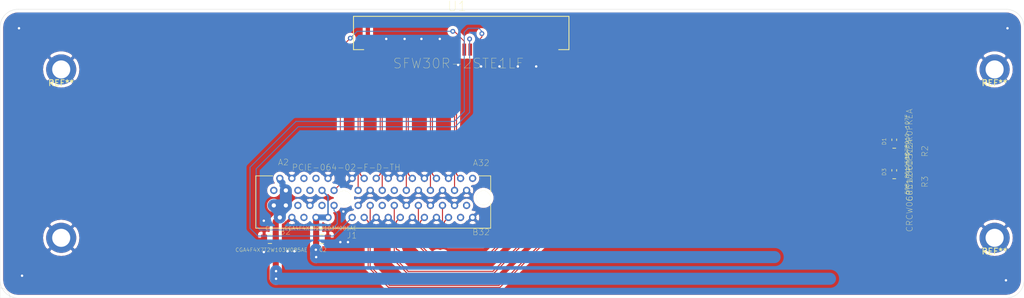
<source format=kicad_pcb>
(kicad_pcb (version 20171130) (host pcbnew "(5.1.2-1)-1")
  (layers (0 F.Cu signal) (31 B.Cu signal) (34 B.Paste user) (35 F.Paste user) (36 B.SilkS user) (37 F.SilkS user) (38 B.Mask user) (39 F.Mask user) (44 Edge.Cuts user hide))
  (net 0 "")
  (net 1 GND)
  (net 2 "Net-(J1-PadA32)")
  (net 3 PRSNT2#)
  (net 4 "Net-(J1-PadB30)")
  (net 5 "Net-(J1-PadA19)")
  (net 6 REFCLK-)
  (net 7 REFCLK+)
  (net 8 CLKREQ#)
  (net 9 WAKE#)
  (net 10 PERST#)
  (net 11 +3V3)
  (net 12 JTAG1)
  (net 13 JTAG5)
  (net 14 JTAG4)
  (net 15 SMDAT)
  (net 16 SMCLK)
  (net 17 JTAG3)
  (net 18 JTAG2)
  (net 19 +12V)
  (net 20 PRSNT1#)
  (net 21 "Net-(D1-PadA)")
  (net 22 "Net-(D3-PadA)")
  (net 23 PER3-)
  (net 24 PER3+)
  (net 25 PET3-)
  (net 26 PET3+)
  (net 27 PER2-)
  (net 28 PER2+)
  (net 29 PET2-)
  (net 30 PET2+)
  (net 31 PER1-)
  (net 32 PER1+)
  (net 33 PET1-)
  (net 34 PET1+)
  (net 35 PER0-)
  (net 36 PET0-)
  (net 37 PER0+)
  (net 38 PET0+)
  (module SFW30R-2STE1LF:FCI_SFW30R-2STE1LF (layer F.Cu) (at 146.558 79.4512)
    (fp_text reference U1 (at -0.6869 -9.9474) (layer F.SilkS) (effects (font (size 1.64265 1.64265) (thickness 0.05))))
    (fp_text value SFW30R-2STE1LF (at -0.45737 -0.457362) (layer F.SilkS) (effects (font (size 1.64058 1.64058) (thickness 0.05))))
    (pad 32 smd rect (at 15.494 -4.8768) (size 0.7112 4.191) (layers F.Cu F.Paste F.Mask))
    (pad 31 smd rect (at -15.494 -4.8768) (size 0.7112 4.191) (layers F.Cu F.Paste F.Mask))
    (pad 30 smd rect (at -14.5034 -2.7432 270) (size 2.0066 0.6096) (layers F.Cu F.Paste F.Mask) (net 7 REFCLK+))
    (pad 29 smd rect (at -13.4874 -2.7432 270) (size 2.0066 0.6096) (layers F.Cu F.Paste F.Mask) (net 6 REFCLK-))
    (pad 28 smd rect (at -12.4968 -2.7432 270) (size 2.0066 0.6096) (layers F.Cu F.Paste F.Mask) (net 1 GND))
    (pad 27 smd rect (at -11.5062 -2.7432 270) (size 2.0066 0.6096) (layers F.Cu F.Paste F.Mask) (net 37 PER0+))
    (pad 26 smd rect (at -10.4902 -2.7432 270) (size 2.0066 0.6096) (layers F.Cu F.Paste F.Mask) (net 35 PER0-))
    (pad 25 smd rect (at -9.4996 -2.7432 270) (size 2.0066 0.6096) (layers F.Cu F.Paste F.Mask) (net 1 GND))
    (pad 24 smd rect (at -8.509 -2.7432 270) (size 2.0066 0.6096) (layers F.Cu F.Paste F.Mask) (net 32 PER1+))
    (pad 23 smd rect (at -7.493 -2.7432 270) (size 2.0066 0.6096) (layers F.Cu F.Paste F.Mask) (net 31 PER1-))
    (pad 22 smd rect (at -6.5024 -2.7432 270) (size 2.0066 0.6096) (layers F.Cu F.Paste F.Mask) (net 1 GND))
    (pad 21 smd rect (at -5.5118 -2.7432 270) (size 2.0066 0.6096) (layers F.Cu F.Paste F.Mask) (net 28 PER2+))
    (pad 20 smd rect (at -4.4958 -2.7432 270) (size 2.0066 0.6096) (layers F.Cu F.Paste F.Mask) (net 27 PER2-))
    (pad 19 smd rect (at -3.5052 -2.7432 270) (size 2.0066 0.6096) (layers F.Cu F.Paste F.Mask) (net 1 GND))
    (pad 18 smd rect (at -2.4892 -2.7432 270) (size 2.0066 0.6096) (layers F.Cu F.Paste F.Mask) (net 24 PER3+))
    (pad 17 smd rect (at -1.4986 -2.7432 270) (size 2.0066 0.6096) (layers F.Cu F.Paste F.Mask) (net 23 PER3-))
    (pad 16 smd rect (at -0.508 -2.7432 270) (size 2.0066 0.6096) (layers F.Cu F.Paste F.Mask) (net 1 GND))
    (pad 15 smd rect (at 0.508 -2.7432 270) (size 2.0066 0.6096) (layers F.Cu F.Paste F.Mask) (net 10 PERST#))
    (pad 14 smd rect (at 1.4986 -2.7432 270) (size 2.0066 0.6096) (layers F.Cu F.Paste F.Mask) (net 9 WAKE#))
    (pad 13 smd rect (at 2.4892 -2.7432 270) (size 2.0066 0.6096) (layers F.Cu F.Paste F.Mask) (net 8 CLKREQ#))
    (pad 12 smd rect (at 3.5052 -2.7432 270) (size 2.0066 0.6096) (layers F.Cu F.Paste F.Mask) (net 1 GND))
    (pad 11 smd rect (at 4.4958 -2.7432 270) (size 2.0066 0.6096) (layers F.Cu F.Paste F.Mask) (net 25 PET3-))
    (pad 10 smd rect (at 5.5118 -2.7432 270) (size 2.0066 0.6096) (layers F.Cu F.Paste F.Mask) (net 26 PET3+))
    (pad 9 smd rect (at 6.5024 -2.7432 270) (size 2.0066 0.6096) (layers F.Cu F.Paste F.Mask) (net 1 GND))
    (pad 8 smd rect (at 7.493 -2.7432 270) (size 2.0066 0.6096) (layers F.Cu F.Paste F.Mask) (net 29 PET2-))
    (pad 7 smd rect (at 8.509 -2.7432 270) (size 2.0066 0.6096) (layers F.Cu F.Paste F.Mask) (net 30 PET2+))
    (pad 6 smd rect (at 9.4996 -2.7432 270) (size 2.0066 0.6096) (layers F.Cu F.Paste F.Mask) (net 1 GND))
    (pad 5 smd rect (at 10.4902 -2.7432 270) (size 2.0066 0.6096) (layers F.Cu F.Paste F.Mask) (net 33 PET1-))
    (pad 4 smd rect (at 11.5062 -2.7432 270) (size 2.0066 0.6096) (layers F.Cu F.Paste F.Mask) (net 34 PET1+))
    (pad 3 smd rect (at 12.4968 -2.7432 270) (size 2.0066 0.6096) (layers F.Cu F.Paste F.Mask) (net 1 GND))
    (pad 2 smd rect (at 13.4874 -2.7432 270) (size 2.0066 0.6096) (layers F.Cu F.Paste F.Mask) (net 36 PET0-))
    (pad 1 smd rect (at 14.5034 -2.7432 270) (size 2.0066 0.6096) (layers F.Cu F.Paste F.Mask) (net 38 PET0+))
  )
  (module CRCW060312R0FKEA:0603 (layer F.Cu) (at 222.25 96.774 270)
    (fp_text reference R3 (at 1.90541 -1.27027 90) (layer F.SilkS) (effects (font (size 1.00021 1.00021) (thickness 0.05))))
    (fp_text value CRCW060312R0FKEA (at 2.54358 1.2718 90) (layer F.SilkS) (effects (font (size 1.00141 1.00141) (thickness 0.05))))
    (pad 2 smd rect (at 0.85 0 270) (size 1.1 1) (layers F.Cu F.Paste F.Mask) (net 11 +3V3))
    (pad 1 smd rect (at -0.85 0 270) (size 1.1 1) (layers F.Cu F.Paste F.Mask) (net 22 "Net-(D3-PadA)"))
  )
  (module CRCW060312R0FKEA:0603 (layer F.Cu) (at 222.25 91.694 270)
    (fp_text reference R2 (at 1.90541 -1.27027 90) (layer F.SilkS) (effects (font (size 1.00021 1.00021) (thickness 0.05))))
    (fp_text value CRCW060312R0FKEA (at 2.54358 1.2718 90) (layer F.SilkS) (effects (font (size 1.00141 1.00141) (thickness 0.05))))
    (pad 2 smd rect (at 0.85 0 270) (size 1.1 1) (layers F.Cu F.Paste F.Mask) (net 19 +12V))
    (pad 1 smd rect (at -0.85 0 270) (size 1.1 1) (layers F.Cu F.Paste F.Mask) (net 21 "Net-(D1-PadA)"))
  )
  (module PCIE-064-02-F-D-TH:SAMTEC_PCIE-064-02-F-D-TH (layer F.Cu) (at 131.95 101.35 180)
    (fp_text reference J1 (at 3.5384 -6.24265) (layer F.SilkS) (effects (font (size 1.00123 1.00123) (thickness 0.05))))
    (fp_text value PCIE-064-02-F-D-TH (at 4.47476 5.06817) (layer F.SilkS) (effects (font (size 1.00062 1.00062) (thickness 0.05))))
    (fp_text user B32 (at -17.9141 -5.70354) (layer F.SilkS) (effects (font (thickness 0.05))))
    (fp_text user B2 (at 14.6189 -5.61087) (layer F.SilkS) (effects (font (thickness 0.05))))
    (fp_text user A32 (at -17.9243 5.80618) (layer F.SilkS) (effects (font (thickness 0.05))))
    (fp_text user A2 (at 14.9097 5.90567) (layer F.SilkS) (effects (font (thickness 0.05))))
    (pad Hole np_thru_hole circle (at -18.3 0 180) (size 2.35 2.35) (drill 2.35) (layers *.Cu *.Mask F.SilkS))
    (pad Hole np_thru_hole circle (at 4.85 0 180) (size 2.35 2.35) (drill 2.35) (layers *.Cu *.Mask F.SilkS))
    (pad B32 thru_hole circle (at -16.5 -3.26 180) (size 1.208 1.208) (drill 0.7) (layers *.Cu *.Mask) (net 1 GND))
    (pad A32 thru_hole circle (at -16.5 3.24 180) (size 1.208 1.208) (drill 0.7) (layers *.Cu *.Mask) (net 2 "Net-(J1-PadA32)"))
    (pad B31 thru_hole circle (at -15.5 -1.26 180) (size 1.208 1.208) (drill 0.7) (layers *.Cu *.Mask) (net 3 PRSNT2#))
    (pad A31 thru_hole circle (at -15.5 1.24 180) (size 1.208 1.208) (drill 0.7) (layers *.Cu *.Mask) (net 1 GND))
    (pad B30 thru_hole circle (at -14.5 -3.26 180) (size 1.208 1.208) (drill 0.7) (layers *.Cu *.Mask) (net 4 "Net-(J1-PadB30)"))
    (pad B29 thru_hole circle (at -13.5 -1.26 180) (size 1.208 1.208) (drill 0.7) (layers *.Cu *.Mask) (net 1 GND))
    (pad A30 thru_hole circle (at -14.5 3.24 180) (size 1.208 1.208) (drill 0.7) (layers *.Cu *.Mask) (net 23 PER3-))
    (pad A29 thru_hole circle (at -13.5 1.24 180) (size 1.208 1.208) (drill 0.7) (layers *.Cu *.Mask) (net 24 PER3+))
    (pad B28 thru_hole circle (at -12.5 -3.26 180) (size 1.208 1.208) (drill 0.7) (layers *.Cu *.Mask) (net 25 PET3-))
    (pad B27 thru_hole circle (at -11.5 -1.26 180) (size 1.208 1.208) (drill 0.7) (layers *.Cu *.Mask) (net 26 PET3+))
    (pad A28 thru_hole circle (at -12.5 3.24 180) (size 1.208 1.208) (drill 0.7) (layers *.Cu *.Mask) (net 1 GND))
    (pad A27 thru_hole circle (at -11.5 1.24 180) (size 1.208 1.208) (drill 0.7) (layers *.Cu *.Mask) (net 1 GND))
    (pad B26 thru_hole circle (at -10.5 -3.26 180) (size 1.208 1.208) (drill 0.7) (layers *.Cu *.Mask) (net 1 GND))
    (pad B25 thru_hole circle (at -9.5 -1.26 180) (size 1.208 1.208) (drill 0.7) (layers *.Cu *.Mask) (net 1 GND))
    (pad A26 thru_hole circle (at -10.5 3.24 180) (size 1.208 1.208) (drill 0.7) (layers *.Cu *.Mask) (net 27 PER2-))
    (pad A25 thru_hole circle (at -9.5 1.24 180) (size 1.208 1.208) (drill 0.7) (layers *.Cu *.Mask) (net 28 PER2+))
    (pad B24 thru_hole circle (at -8.5 -3.26 180) (size 1.208 1.208) (drill 0.7) (layers *.Cu *.Mask) (net 29 PET2-))
    (pad B23 thru_hole circle (at -7.5 -1.26 180) (size 1.208 1.208) (drill 0.7) (layers *.Cu *.Mask) (net 30 PET2+))
    (pad A24 thru_hole circle (at -8.5 3.24 180) (size 1.208 1.208) (drill 0.7) (layers *.Cu *.Mask) (net 1 GND))
    (pad A23 thru_hole circle (at -7.5 1.24 180) (size 1.208 1.208) (drill 0.7) (layers *.Cu *.Mask) (net 1 GND))
    (pad B22 thru_hole circle (at -6.5 -3.26 180) (size 1.208 1.208) (drill 0.7) (layers *.Cu *.Mask) (net 1 GND))
    (pad A22 thru_hole circle (at -6.5 3.24 180) (size 1.208 1.208) (drill 0.7) (layers *.Cu *.Mask) (net 31 PER1-))
    (pad B21 thru_hole circle (at -5.5 -1.26 180) (size 1.208 1.208) (drill 0.7) (layers *.Cu *.Mask) (net 1 GND))
    (pad A21 thru_hole circle (at -5.5 1.24 180) (size 1.208 1.208) (drill 0.7) (layers *.Cu *.Mask) (net 32 PER1+))
    (pad B20 thru_hole circle (at -4.5 -3.26 180) (size 1.208 1.208) (drill 0.7) (layers *.Cu *.Mask) (net 33 PET1-))
    (pad B19 thru_hole circle (at -3.5 -1.26 180) (size 1.208 1.208) (drill 0.7) (layers *.Cu *.Mask) (net 34 PET1+))
    (pad A20 thru_hole circle (at -4.5 3.24 180) (size 1.208 1.208) (drill 0.7) (layers *.Cu *.Mask) (net 1 GND))
    (pad A19 thru_hole circle (at -3.5 1.24 180) (size 1.208 1.208) (drill 0.7) (layers *.Cu *.Mask) (net 5 "Net-(J1-PadA19)"))
    (pad B18 thru_hole circle (at -2.5 -3.26 180) (size 1.208 1.208) (drill 0.7) (layers *.Cu *.Mask) (net 1 GND))
    (pad B17 thru_hole circle (at -1.5 -1.26 180) (size 1.208 1.208) (drill 0.7) (layers *.Cu *.Mask) (net 3 PRSNT2#))
    (pad A18 thru_hole circle (at -2.5 3.24 180) (size 1.208 1.208) (drill 0.7) (layers *.Cu *.Mask) (net 1 GND))
    (pad A17 thru_hole circle (at -1.5 1.24 180) (size 1.208 1.208) (drill 0.7) (layers *.Cu *.Mask) (net 35 PER0-))
    (pad B16 thru_hole circle (at -0.5 -3.26 180) (size 1.208 1.208) (drill 0.7) (layers *.Cu *.Mask) (net 1 GND))
    (pad B15 thru_hole circle (at 0.5 -1.26 180) (size 1.208 1.208) (drill 0.7) (layers *.Cu *.Mask) (net 36 PET0-))
    (pad A16 thru_hole circle (at -0.5 3.24 180) (size 1.208 1.208) (drill 0.7) (layers *.Cu *.Mask) (net 37 PER0+))
    (pad A15 thru_hole circle (at 0.5 1.24 180) (size 1.208 1.208) (drill 0.7) (layers *.Cu *.Mask) (net 1 GND))
    (pad B14 thru_hole circle (at 1.5 -3.26 180) (size 1.208 1.208) (drill 0.7) (layers *.Cu *.Mask) (net 38 PET0+))
    (pad B13 thru_hole circle (at 2.5 -1.26 180) (size 1.208 1.208) (drill 0.7) (layers *.Cu *.Mask) (net 1 GND))
    (pad A14 thru_hole circle (at 1.5 3.24 180) (size 1.208 1.208) (drill 0.7) (layers *.Cu *.Mask) (net 6 REFCLK-))
    (pad A13 thru_hole circle (at 2.5 1.24 180) (size 1.208 1.208) (drill 0.7) (layers *.Cu *.Mask) (net 7 REFCLK+))
    (pad B12 thru_hole circle (at 3.5 -3.26 180) (size 1.208 1.208) (drill 0.7) (layers *.Cu *.Mask) (net 8 CLKREQ#))
    (pad A12 thru_hole circle (at 3.5 3.24 180) (size 1.208 1.208) (drill 0.7) (layers *.Cu *.Mask) (net 1 GND))
    (pad B11 thru_hole circle (at 6.5 -1.26 180) (size 1.208 1.208) (drill 0.7) (layers *.Cu *.Mask) (net 9 WAKE#))
    (pad A11 thru_hole circle (at 6.5 1.24 180) (size 1.208 1.208) (drill 0.7) (layers *.Cu *.Mask) (net 10 PERST#))
    (pad B10 thru_hole circle (at 7.5 -3.26 180) (size 1.208 1.208) (drill 0.7) (layers *.Cu *.Mask) (net 11 +3V3))
    (pad B9 thru_hole circle (at 8.5 -1.26 180) (size 1.208 1.208) (drill 0.7) (layers *.Cu *.Mask) (net 12 JTAG1))
    (pad A10 thru_hole circle (at 7.5 3.24 180) (size 1.208 1.208) (drill 0.7) (layers *.Cu *.Mask) (net 1 GND))
    (pad A9 thru_hole circle (at 8.5 1.24 180) (size 1.208 1.208) (drill 0.7) (layers *.Cu *.Mask) (net 11 +3V3))
    (pad B8 thru_hole circle (at 9.5 -3.26 180) (size 1.208 1.208) (drill 0.7) (layers *.Cu *.Mask) (net 11 +3V3))
    (pad B7 thru_hole circle (at 10.5 -1.26 180) (size 1.208 1.208) (drill 0.7) (layers *.Cu *.Mask) (net 1 GND))
    (pad A8 thru_hole circle (at 9.5 3.24 180) (size 1.208 1.208) (drill 0.7) (layers *.Cu *.Mask) (net 13 JTAG5))
    (pad A7 thru_hole circle (at 10.5 1.24 180) (size 1.208 1.208) (drill 0.7) (layers *.Cu *.Mask) (net 14 JTAG4))
    (pad B6 thru_hole circle (at 11.5 -3.26 180) (size 1.208 1.208) (drill 0.7) (layers *.Cu *.Mask) (net 15 SMDAT))
    (pad B5 thru_hole circle (at 12.5 -1.26 180) (size 1.208 1.208) (drill 0.7) (layers *.Cu *.Mask) (net 16 SMCLK))
    (pad A6 thru_hole circle (at 11.5 3.24 180) (size 1.208 1.208) (drill 0.7) (layers *.Cu *.Mask) (net 17 JTAG3))
    (pad A5 thru_hole circle (at 12.5 1.24 180) (size 1.208 1.208) (drill 0.7) (layers *.Cu *.Mask) (net 18 JTAG2))
    (pad B4 thru_hole circle (at 13.5 -3.26 180) (size 1.208 1.208) (drill 0.7) (layers *.Cu *.Mask) (net 1 GND))
    (pad B3 thru_hole circle (at 14.5 -1.26 180) (size 1.208 1.208) (drill 0.7) (layers *.Cu *.Mask) (net 19 +12V))
    (pad A4 thru_hole circle (at 13.5 3.24 180) (size 1.208 1.208) (drill 0.7) (layers *.Cu *.Mask) (net 1 GND))
    (pad A3 thru_hole circle (at 14.5 1.24 180) (size 1.208 1.208) (drill 0.7) (layers *.Cu *.Mask) (net 19 +12V))
    (pad B2 thru_hole circle (at 15.5 -3.26 180) (size 1.208 1.208) (drill 0.7) (layers *.Cu *.Mask) (net 19 +12V))
    (pad B1 thru_hole circle (at 16.5 -1.26 180) (size 1.208 1.208) (drill 0.7) (layers *.Cu *.Mask) (net 19 +12V))
    (pad A2 thru_hole circle (at 15.5 3.24 180) (size 1.208 1.208) (drill 0.7) (layers *.Cu *.Mask) (net 19 +12V))
    (pad A1 thru_hole circle (at 16.5 1.24 180) (size 1.208 1.208) (drill 0.7) (layers *.Cu *.Mask) (net 20 PRSNT1#))
  )
  (module 598-8010-107F:LEDSC160X80X70L45N (layer F.Cu) (at 218.44 96.774 90)
    (fp_text reference D3 (at -0.2794 -1.6764 90) (layer F.SilkS) (effects (font (size 0.64 0.64) (thickness 0.05))))
    (fp_text value 598-8010-107F (at 0.127 2.1336 90) (layer F.SilkS) (effects (font (size 0.64 0.64) (thickness 0.05))))
    (pad A smd rect (at 0.75 0 90) (size 0.91 0.83) (layers F.Cu F.Paste F.Mask) (net 22 "Net-(D3-PadA)"))
    (pad C smd rect (at -0.75 0 90) (size 0.91 0.83) (layers F.Cu F.Paste F.Mask) (net 1 GND))
  )
  (module 598-8010-107F:LEDSC160X80X70L45N (layer F.Cu) (at 218.44 91.694 90)
    (fp_text reference D1 (at -0.2794 -1.6764 90) (layer F.SilkS) (effects (font (size 0.64 0.64) (thickness 0.05))))
    (fp_text value 598-8010-107F (at 0.127 2.1336 90) (layer F.SilkS) (effects (font (size 0.64 0.64) (thickness 0.05))))
    (pad A smd rect (at 0.75 0 90) (size 0.91 0.83) (layers F.Cu F.Paste F.Mask) (net 21 "Net-(D1-PadA)"))
    (pad C smd rect (at -0.75 0 90) (size 0.91 0.83) (layers F.Cu F.Paste F.Mask) (net 1 GND))
  )
  (module CGA4F4X7T2W103M085AE:CAPC2012X100N (layer F.Cu) (at 123.444 108.204 180)
    (fp_text reference C2 (at -0.150082 -1.801) (layer F.SilkS) (effects (font (size 0.630271 0.630271) (thickness 0.05))))
    (fp_text value CGA4F4X7T2W103M085AE (at 0.25032 1.8023) (layer F.SilkS) (effects (font (size 0.630728 0.630728) (thickness 0.05))))
    (pad 2 smd rect (at 0.965 0 180) (size 0.99 1.47) (layers F.Cu F.Paste F.Mask) (net 11 +3V3))
    (pad 1 smd rect (at -0.965 0 180) (size 0.99 1.47) (layers F.Cu F.Paste F.Mask) (net 1 GND))
  )
  (module CGA4F4X7T2W103M085AE:CAPC2012X100N (layer F.Cu) (at 114.808 108.204)
    (fp_text reference C1 (at -0.150082 -1.801) (layer F.SilkS) (effects (font (size 0.630271 0.630271) (thickness 0.05))))
    (fp_text value CGA4F4X7T2W103M085AE (at 0.25032 1.8023) (layer F.SilkS) (effects (font (size 0.630728 0.630728) (thickness 0.05))))
    (pad 2 smd rect (at 0.965 0) (size 0.99 1.47) (layers F.Cu F.Paste F.Mask) (net 19 +12V))
    (pad 1 smd rect (at -0.965 0) (size 0.99 1.47) (layers F.Cu F.Paste F.Mask) (net 1 GND))
  )
  (module Connector_Pin:Pin_D1.0mm_L10.0mm (layer F.Cu) (at 235.1 108)
    (fp_text reference REF** (at 0 2.25) (layer F.SilkS))
    (fp_text value Pin_D1.0mm_L10.0mm hide)
    (pad 1 thru_hole circle (at 0 0) (size 5 5) (drill 3) (layers *.Cu *.Mask) (net 1 GND))
  )
  (module Connector_Pin:Pin_D1.0mm_L10.0mm (layer F.Cu) (at 235.1 80)
    (fp_text reference REF** (at 0 2.25) (layer F.SilkS))
    (fp_text value Pin_D1.0mm_L10.0mm hide)
    (pad 1 thru_hole circle (at 0 0) (size 5 5) (drill 3) (layers *.Cu *.Mask) (net 1 GND))
  )
  (module Connector_Pin:Pin_D1.0mm_L10.0mm (layer F.Cu) (at 80.16 80)
    (fp_text reference REF** (at 0 2.25) (layer F.SilkS))
    (fp_text value Pin_D1.0mm_L10.0mm hide)
    (pad 1 thru_hole circle (at 0 0) (size 5 5) (drill 3) (layers *.Cu *.Mask) (net 1 GND))
  )
  (module Connector_Pin:Pin_D1.0mm_L10.0mm (layer F.Cu) (at 80.16 108)
    (fp_text reference REF** hide)
    (fp_text value Pin_D1.0mm_L10.0mm hide)
    (pad 1 thru_hole circle (at 0 0) (size 5 5) (drill 3) (layers *.Cu *.Mask) (net 1 GND))
  )
  (target plus (at 70 118) (size 5) (width 0.05) (layer Edge.Cuts))
  (gr_arc (start 73 73) (end 73 70) (angle -90) (layer Edge.Cuts) (width 0.05))
  (gr_arc (start 73 115) (end 70 115) (angle -90) (layer Edge.Cuts) (width 0.05))
  (gr_arc (start 237 115) (end 237 118) (angle -90) (layer Edge.Cuts) (width 0.05))
  (gr_arc (start 237 73) (end 240 73) (angle -90) (layer Edge.Cuts) (width 0.05))
  (gr_line (start 70 115) (end 70 73) (layer Edge.Cuts) (width 0.05))
  (gr_line (start 237 118) (end 73 118) (layer Edge.Cuts) (width 0.05))
  (gr_line (start 240 73) (end 240 115) (layer Edge.Cuts) (width 0.05))
  (gr_line (start 73 70) (end 237 70) (layer Edge.Cuts) (width 0.05))
  (via (at 73.152 73.152) (size 0.8) (drill 0.4) (layers F.Cu B.Cu) (net 1))
  (via (at 73.66 114.3) (size 0.8) (drill 0.4) (layers F.Cu B.Cu) (net 1))
  (via (at 237.236 73.152) (size 0.8) (drill 0.4) (layers F.Cu B.Cu) (net 1))
  (via (at 236.982 115.062) (size 0.8) (drill 0.4) (layers F.Cu B.Cu) (net 1))
  (via (at 113.792 110.363) (size 0.8) (drill 0.4) (layers F.Cu B.Cu) (net 1))
  (via (at 117.729 110.236) (size 0.8) (drill 0.4) (layers F.Cu B.Cu) (net 1))
  (via (at 159.004 79.502) (size 0.8) (drill 0.4) (layers F.Cu B.Cu) (net 1))
  (via (at 155.956 79.502) (size 0.8) (drill 0.4) (layers F.Cu B.Cu) (net 1))
  (via (at 152.908 79.502) (size 0.8) (drill 0.4) (layers F.Cu B.Cu) (net 1))
  (via (at 139.954 74.93) (size 0.8) (drill 0.4) (layers F.Cu B.Cu) (net 1))
  (via (at 137.16 74.93) (size 0.8) (drill 0.4) (layers F.Cu B.Cu) (net 1))
  (via (at 134.112 74.93) (size 0.8) (drill 0.4) (layers F.Cu B.Cu) (net 1))
  (via (at 127 103.632) (size 0.8) (drill 0.4) (layers F.Cu B.Cu) (net 1))
  (via (at 126.492 108.712) (size 0.8) (drill 0.4) (layers F.Cu B.Cu) (net 1))
  (via (at 127.762 108.712) (size 0.8) (drill 0.4) (layers F.Cu B.Cu) (net 1))
  (via (at 118.872 110.236) (size 0.8) (drill 0.4) (layers F.Cu B.Cu) (net 1))
  (via (at 113.792 105.156) (size 0.8) (drill 0.4) (layers F.Cu B.Cu) (net 1))
  (via (at 149.86 79.502) (size 0.8) (drill 0.4) (layers F.Cu B.Cu) (net 1))
  (via (at 146.05 79.248) (size 0.8) (drill 0.4) (layers F.Cu B.Cu) (net 1))
  (via (at 143.002 74.93) (size 0.8) (drill 0.4) (layers F.Cu B.Cu) (net 1))
  (segment (start 129.7802 94.1942) (end 129.7802 82.898888) (width 0.1778) (layer F.Cu) (net 6))
  (segment (start 129.804957 94.30267) (end 129.786468 94.24983) (width 0.1778) (layer F.Cu) (net 6))
  (segment (start 129.874327 94.389657) (end 129.834742 94.350072) (width 0.1778) (layer F.Cu) (net 6))
  (segment (start 129.834742 94.350072) (end 129.804957 94.30267) (width 0.1778) (layer F.Cu) (net 6))
  (segment (start 130.186072 94.498742) (end 130.13867 94.468957) (width 0.1778) (layer F.Cu) (net 6))
  (segment (start 130.225657 94.538327) (end 130.186072 94.498742) (width 0.1778) (layer F.Cu) (net 6))
  (segment (start 130.255442 94.585729) (end 130.225657 94.538327) (width 0.1778) (layer F.Cu) (net 6))
  (segment (start 130.273931 94.638569) (end 130.255442 94.585729) (width 0.1778) (layer F.Cu) (net 6))
  (segment (start 130.2802 94.6942) (end 130.273931 94.638569) (width 0.1778) (layer F.Cu) (net 6))
  (segment (start 130.186072 94.889657) (end 130.225657 94.850072) (width 0.1778) (layer F.Cu) (net 6))
  (segment (start 129.804957 95.085729) (end 129.834742 95.038327) (width 0.1778) (layer F.Cu) (net 6))
  (segment (start 129.786468 95.24983) (end 129.7802 95.1942) (width 0.1778) (layer F.Cu) (net 6))
  (segment (start 129.834742 95.350072) (end 129.804957 95.30267) (width 0.1778) (layer F.Cu) (net 6))
  (segment (start 129.874327 95.389657) (end 129.834742 95.350072) (width 0.1778) (layer F.Cu) (net 6))
  (segment (start 129.921729 95.419442) (end 129.874327 95.389657) (width 0.1778) (layer F.Cu) (net 6))
  (segment (start 129.786468 95.138569) (end 129.804957 95.085729) (width 0.1778) (layer F.Cu) (net 6))
  (segment (start 129.974569 95.437931) (end 129.921729 95.419442) (width 0.1778) (layer F.Cu) (net 6))
  (segment (start 129.974569 94.437931) (end 129.921729 94.419442) (width 0.1778) (layer F.Cu) (net 6))
  (segment (start 130.255442 94.80267) (end 130.273931 94.74983) (width 0.1778) (layer F.Cu) (net 6))
  (segment (start 130.08583 95.450468) (end 129.974569 95.437931) (width 0.1778) (layer F.Cu) (net 6))
  (segment (start 130.186072 95.498742) (end 130.13867 95.468957) (width 0.1778) (layer F.Cu) (net 6))
  (segment (start 129.874327 96.389657) (end 129.834742 96.350072) (width 0.1778) (layer F.Cu) (net 6))
  (segment (start 130.255442 95.585729) (end 130.225657 95.538327) (width 0.1778) (layer F.Cu) (net 6))
  (segment (start 130.255442 95.80267) (end 130.273931 95.74983) (width 0.1778) (layer F.Cu) (net 6))
  (segment (start 130.225657 94.850072) (end 130.255442 94.80267) (width 0.1778) (layer F.Cu) (net 6))
  (segment (start 129.974569 95.950468) (end 130.08583 95.937931) (width 0.1778) (layer F.Cu) (net 6))
  (segment (start 129.786468 96.138569) (end 129.804957 96.085729) (width 0.1778) (layer F.Cu) (net 6))
  (segment (start 129.804957 96.085729) (end 129.834742 96.038327) (width 0.1778) (layer F.Cu) (net 6))
  (segment (start 129.7802 96.1942) (end 129.786468 96.138569) (width 0.1778) (layer F.Cu) (net 6))
  (segment (start 130.08583 96.937931) (end 130.13867 96.919442) (width 0.1778) (layer F.Cu) (net 6))
  (segment (start 130.273931 95.74983) (end 130.2802 95.6942) (width 0.1778) (layer F.Cu) (net 6))
  (segment (start 130.225657 95.538327) (end 130.186072 95.498742) (width 0.1778) (layer F.Cu) (net 6))
  (segment (start 129.786468 96.24983) (end 129.7802 96.1942) (width 0.1778) (layer F.Cu) (net 6))
  (segment (start 130.273931 94.74983) (end 130.2802 94.6942) (width 0.1778) (layer F.Cu) (net 6))
  (segment (start 130.08583 94.937931) (end 130.13867 94.919442) (width 0.1778) (layer F.Cu) (net 6))
  (segment (start 129.834742 96.350072) (end 129.804957 96.30267) (width 0.1778) (layer F.Cu) (net 6))
  (segment (start 130.13867 96.468957) (end 130.08583 96.450468) (width 0.1778) (layer F.Cu) (net 6))
  (segment (start 129.786468 94.24983) (end 129.7802 94.1942) (width 0.1778) (layer F.Cu) (net 6))
  (segment (start 130.13867 95.468957) (end 130.08583 95.450468) (width 0.1778) (layer F.Cu) (net 6))
  (segment (start 129.874327 95.998742) (end 129.921729 95.968957) (width 0.1778) (layer F.Cu) (net 6))
  (segment (start 129.974569 94.950468) (end 130.08583 94.937931) (width 0.1778) (layer F.Cu) (net 6))
  (segment (start 130.186072 96.498742) (end 130.13867 96.468957) (width 0.1778) (layer F.Cu) (net 6))
  (segment (start 129.834742 96.038327) (end 129.874327 95.998742) (width 0.1778) (layer F.Cu) (net 6))
  (segment (start 129.921729 94.968957) (end 129.974569 94.950468) (width 0.1778) (layer F.Cu) (net 6))
  (segment (start 129.921729 96.419442) (end 129.874327 96.389657) (width 0.1778) (layer F.Cu) (net 6))
  (segment (start 133.0706 78.212951) (end 133.0706 76.708) (width 0.1778) (layer F.Cu) (net 6))
  (segment (start 130.255442 96.585729) (end 130.225657 96.538327) (width 0.1778) (layer F.Cu) (net 6))
  (segment (start 130.13867 96.919442) (end 130.186072 96.889657) (width 0.1778) (layer F.Cu) (net 6))
  (segment (start 129.974569 96.437931) (end 129.921729 96.419442) (width 0.1778) (layer F.Cu) (net 6))
  (segment (start 130.2802 95.6942) (end 130.273931 95.638569) (width 0.1778) (layer F.Cu) (net 6))
  (segment (start 130.2802 96.6942) (end 130.273931 96.638569) (width 0.1778) (layer F.Cu) (net 6))
  (segment (start 130.273931 96.74983) (end 130.2802 96.6942) (width 0.1778) (layer F.Cu) (net 6))
  (segment (start 130.255442 96.80267) (end 130.273931 96.74983) (width 0.1778) (layer F.Cu) (net 6))
  (segment (start 129.874327 96.998742) (end 129.921729 96.968957) (width 0.1778) (layer F.Cu) (net 6))
  (segment (start 130.225657 96.850072) (end 130.255442 96.80267) (width 0.1778) (layer F.Cu) (net 6))
  (segment (start 129.974569 96.950468) (end 130.08583 96.937931) (width 0.1778) (layer F.Cu) (net 6))
  (segment (start 130.273931 96.638569) (end 130.255442 96.585729) (width 0.1778) (layer F.Cu) (net 6))
  (segment (start 129.804957 96.30267) (end 129.786468 96.24983) (width 0.1778) (layer F.Cu) (net 6))
  (segment (start 129.921729 95.968957) (end 129.974569 95.950468) (width 0.1778) (layer F.Cu) (net 6))
  (segment (start 129.834742 97.038327) (end 129.874327 96.998742) (width 0.1778) (layer F.Cu) (net 6))
  (segment (start 129.921729 96.968957) (end 129.974569 96.950468) (width 0.1778) (layer F.Cu) (net 6))
  (segment (start 130.08583 95.937931) (end 130.13867 95.919442) (width 0.1778) (layer F.Cu) (net 6))
  (segment (start 130.08583 96.450468) (end 129.974569 96.437931) (width 0.1778) (layer F.Cu) (net 6))
  (segment (start 130.13867 94.919442) (end 130.186072 94.889657) (width 0.1778) (layer F.Cu) (net 6))
  (segment (start 130.225657 96.538327) (end 130.186072 96.498742) (width 0.1778) (layer F.Cu) (net 6))
  (segment (start 129.874327 94.998742) (end 129.921729 94.968957) (width 0.1778) (layer F.Cu) (net 6))
  (segment (start 129.804957 95.30267) (end 129.786468 95.24983) (width 0.1778) (layer F.Cu) (net 6))
  (segment (start 130.45 98.11) (end 129.7802 97.4402) (width 0.1778) (layer F.Cu) (net 6))
  (segment (start 130.186072 96.889657) (end 130.225657 96.850072) (width 0.1778) (layer F.Cu) (net 6))
  (segment (start 132.7277 79.951388) (end 132.7277 78.555851) (width 0.1778) (layer F.Cu) (net 6))
  (segment (start 129.834742 95.038327) (end 129.874327 94.998742) (width 0.1778) (layer F.Cu) (net 6))
  (segment (start 129.786468 97.138569) (end 129.804957 97.085729) (width 0.1778) (layer F.Cu) (net 6))
  (segment (start 129.7802 97.1942) (end 129.786468 97.138569) (width 0.1778) (layer F.Cu) (net 6))
  (segment (start 132.7277 78.555851) (end 133.0706 78.212951) (width 0.1778) (layer F.Cu) (net 6))
  (segment (start 130.273931 95.638569) (end 130.255442 95.585729) (width 0.1778) (layer F.Cu) (net 6))
  (segment (start 130.225657 95.850072) (end 130.255442 95.80267) (width 0.1778) (layer F.Cu) (net 6))
  (segment (start 130.08583 94.450468) (end 129.974569 94.437931) (width 0.1778) (layer F.Cu) (net 6))
  (segment (start 129.7802 95.1942) (end 129.786468 95.138569) (width 0.1778) (layer F.Cu) (net 6))
  (segment (start 130.186072 95.889657) (end 130.225657 95.850072) (width 0.1778) (layer F.Cu) (net 6))
  (segment (start 130.13867 94.468957) (end 130.08583 94.450468) (width 0.1778) (layer F.Cu) (net 6))
  (segment (start 130.13867 95.919442) (end 130.186072 95.889657) (width 0.1778) (layer F.Cu) (net 6))
  (segment (start 129.7802 97.4402) (end 129.7802 97.1942) (width 0.1778) (layer F.Cu) (net 6))
  (segment (start 129.921729 94.419442) (end 129.874327 94.389657) (width 0.1778) (layer F.Cu) (net 6))
  (segment (start 129.804957 97.085729) (end 129.834742 97.038327) (width 0.1778) (layer F.Cu) (net 6))
  (segment (start 129.7802 82.898888) (end 132.7277 79.951388) (width 0.1778) (layer F.Cu) (net 6))
  (segment (start 132.0546 76.708) (end 132.0546 78.212951) (width 0.1778) (layer F.Cu) (net 7))
  (segment (start 132.3975 78.555851) (end 132.3975 79.814612) (width 0.1778) (layer F.Cu) (net 7))
  (segment (start 132.0546 78.212951) (end 132.3975 78.555851) (width 0.1778) (layer F.Cu) (net 7))
  (segment (start 129.45 97.4402) (end 129.45 100.11) (width 0.1778) (layer F.Cu) (net 7))
  (segment (start 129.45 82.762112) (end 129.45 97.4402) (width 0.1778) (layer F.Cu) (net 7))
  (segment (start 132.3975 79.814612) (end 129.45 82.762112) (width 0.1778) (layer F.Cu) (net 7))
  (segment (start 128.45 104.61) (end 125.364 107.696) (width 0.1524) (layer B.Cu) (net 8))
  (segment (start 125.364 107.696) (end 112.776 107.696) (width 0.1524) (layer B.Cu) (net 8))
  (segment (start 112.776 107.696) (end 111.506 106.426) (width 0.1524) (layer B.Cu) (net 8))
  (segment (start 111.506 106.426) (end 111.506 96.647) (width 0.1524) (layer B.Cu) (net 8))
  (segment (start 111.506 96.647) (end 111.506 96.393) (width 0.1524) (layer B.Cu) (net 8))
  (via (at 149.987 74.041) (size 0.8) (drill 0.4) (layers F.Cu B.Cu) (net 8))
  (segment (start 149.0472 75.5523) (end 149.0472 76.708) (width 0.1524) (layer F.Cu) (net 8))
  (segment (start 149.0472 75.546485) (end 149.0472 75.5523) (width 0.1524) (layer F.Cu) (net 8))
  (segment (start 149.987 74.606685) (end 149.0472 75.546485) (width 0.1524) (layer F.Cu) (net 8))
  (segment (start 149.987 74.041) (end 149.987 74.606685) (width 0.1524) (layer F.Cu) (net 8))
  (segment (start 149.987 73.66) (end 149.987 74.041) (width 0.1524) (layer B.Cu) (net 8))
  (segment (start 147.066 73.787) (end 147.701 73.152) (width 0.1524) (layer B.Cu) (net 8))
  (segment (start 147.701 73.152) (end 149.479 73.152) (width 0.1524) (layer B.Cu) (net 8))
  (segment (start 147.066 86.995) (end 147.066 73.787) (width 0.1524) (layer B.Cu) (net 8))
  (segment (start 145.415 88.646) (end 147.066 86.995) (width 0.1524) (layer B.Cu) (net 8))
  (segment (start 149.479 73.152) (end 149.987 73.66) (width 0.1524) (layer B.Cu) (net 8))
  (segment (start 119.126 88.646) (end 145.415 88.646) (width 0.1524) (layer B.Cu) (net 8))
  (segment (start 111.506 96.266) (end 119.126 88.646) (width 0.1524) (layer B.Cu) (net 8))
  (segment (start 111.506 96.647) (end 111.506 96.266) (width 0.1524) (layer B.Cu) (net 8))
  (segment (start 125.45 103.464184) (end 125.984 103.998184) (width 0.1524) (layer B.Cu) (net 9))
  (segment (start 125.45 102.61) (end 125.45 103.464184) (width 0.1524) (layer B.Cu) (net 9))
  (segment (start 125.984 103.998184) (end 125.984 105.664) (width 0.1524) (layer B.Cu) (net 9))
  (segment (start 125.984 105.664) (end 124.968 106.68) (width 0.1524) (layer B.Cu) (net 9))
  (segment (start 124.968 106.68) (end 113.157 106.68) (width 0.1524) (layer B.Cu) (net 9))
  (segment (start 113.157 106.68) (end 112.522 106.045) (width 0.1524) (layer B.Cu) (net 9))
  (segment (start 148.082 76.6826) (end 148.0566 76.708) (width 0.1524) (layer F.Cu) (net 9))
  (segment (start 112.522 97.917) (end 112.522 96.52) (width 0.1524) (layer B.Cu) (net 9))
  (segment (start 112.522 106.045) (end 112.522 97.917) (width 0.1524) (layer B.Cu) (net 9))
  (segment (start 112.522 97.917) (end 112.522 97.79) (width 0.1524) (layer B.Cu) (net 9))
  (segment (start 112.522 96.52) (end 119.507 89.535) (width 0.1524) (layer B.Cu) (net 9))
  (segment (start 119.507 89.535) (end 145.542 89.535) (width 0.1524) (layer B.Cu) (net 9))
  (segment (start 145.542 89.535) (end 147.955 87.122) (width 0.1524) (layer B.Cu) (net 9))
  (via (at 147.955 74.93) (size 0.8) (drill 0.4) (layers F.Cu B.Cu) (net 9))
  (segment (start 147.955 87.122) (end 147.955 74.93) (width 0.1524) (layer B.Cu) (net 9))
  (segment (start 147.955 76.6064) (end 148.0566 76.708) (width 0.1524) (layer F.Cu) (net 9))
  (segment (start 147.955 74.93) (end 147.955 76.6064) (width 0.1524) (layer F.Cu) (net 9))
  (segment (start 125.45 100.11) (end 126.492 99.068) (width 0.1524) (layer F.Cu) (net 10))
  (segment (start 126.492 99.068) (end 126.492 76.454) (width 0.1524) (layer F.Cu) (net 10))
  (via (at 128.143 74.803) (size 0.8) (drill 0.4) (layers F.Cu B.Cu) (net 10))
  (segment (start 126.492 76.454) (end 128.143 74.803) (width 0.1524) (layer F.Cu) (net 10))
  (segment (start 128.143 74.803) (end 129.286 73.66) (width 0.1524) (layer B.Cu) (net 10))
  (via (at 145.161 73.66) (size 0.8) (drill 0.4) (layers F.Cu B.Cu) (net 10))
  (segment (start 129.286 73.66) (end 145.161 73.66) (width 0.1524) (layer B.Cu) (net 10))
  (segment (start 147.066 75.5523) (end 147.066 76.708) (width 0.1524) (layer F.Cu) (net 10))
  (segment (start 145.415 73.66) (end 147.066 75.311) (width 0.1524) (layer F.Cu) (net 10))
  (segment (start 147.066 75.311) (end 147.066 75.5523) (width 0.1524) (layer F.Cu) (net 10))
  (segment (start 145.161 73.66) (end 145.415 73.66) (width 0.1524) (layer F.Cu) (net 10))
  (segment (start 124.45 104.61) (end 122.45 104.61) (width 1) (layer B.Cu) (net 11))
  (segment (start 124.45 101.11) (end 123.45 100.11) (width 0.25) (layer B.Cu) (net 11))
  (segment (start 124.45 104.61) (end 124.45 101.11) (width 0.25) (layer B.Cu) (net 11))
  (segment (start 122.479 104.639) (end 122.45 104.61) (width 1) (layer F.Cu) (net 11))
  (segment (start 122.479 109.728) (end 122.479 104.639) (width 1) (layer F.Cu) (net 11))
  (via (at 122.479 111.201) (size 0.8) (drill 0.4) (layers F.Cu B.Cu) (net 11))
  (segment (start 122.479 111.201) (end 198.577 111.201) (width 2) (layer B.Cu) (net 11))
  (via (at 122.428 109.982) (size 0.8) (drill 0.4) (layers F.Cu B.Cu) (net 11))
  (segment (start 122.479 111.201) (end 122.479 110.287) (width 1) (layer F.Cu) (net 11))
  (segment (start 122.479 109.728) (end 122.479 110.287) (width 1) (layer F.Cu) (net 11))
  (segment (start 122.479 110.033) (end 122.428 109.982) (width 2) (layer B.Cu) (net 11))
  (segment (start 122.479 111.201) (end 122.479 110.033) (width 2) (layer B.Cu) (net 11))
  (segment (start 117.45 100.11) (end 117.45 99.8224) (width 1) (layer B.Cu) (net 19))
  (segment (start 117.45 99.8224) (end 116.8908 99.2632) (width 1) (layer B.Cu) (net 19))
  (segment (start 116.8908 99.2632) (end 116.8908 98.8568) (width 1) (layer B.Cu) (net 19))
  (segment (start 116.45 98.416) (end 116.45 98.11) (width 1) (layer B.Cu) (net 19))
  (segment (start 116.8908 98.8568) (end 116.45 98.416) (width 1) (layer B.Cu) (net 19))
  (segment (start 117.45 102.61) (end 115.45 102.61) (width 2) (layer B.Cu) (net 19))
  (segment (start 116.45 103.61) (end 115.45 102.61) (width 2) (layer B.Cu) (net 19))
  (segment (start 117.45 102.61) (end 117.45 100.11) (width 2) (layer B.Cu) (net 19))
  (segment (start 115.773 105.287) (end 116.45 104.61) (width 1) (layer F.Cu) (net 19))
  (segment (start 115.773 109.728) (end 115.773 105.287) (width 1) (layer F.Cu) (net 19))
  (via (at 115.824 114.808) (size 0.8) (drill 0.4) (layers F.Cu B.Cu) (net 19))
  (segment (start 115.824 114.808) (end 207.772 114.808) (width 2) (layer B.Cu) (net 19))
  (segment (start 115.773 109.728) (end 115.773 114.757) (width 1) (layer F.Cu) (net 19))
  (segment (start 115.773 114.757) (end 115.824 114.808) (width 1) (layer F.Cu) (net 19))
  (via (at 115.824 113.538) (size 0.8) (drill 0.4) (layers F.Cu B.Cu) (net 19))
  (segment (start 116.45 103.61) (end 117.45 102.61) (width 2) (layer B.Cu) (net 19))
  (segment (start 116.45 104.61) (end 116.45 103.61) (width 2) (layer B.Cu) (net 19))
  (segment (start 115.824 114.808) (end 115.824 113.538) (width 2) (layer B.Cu) (net 19))
  (segment (start 145.7802 94.1646) (end 145.7802 81.335512) (width 0.1778) (layer F.Cu) (net 23))
  (segment (start 145.921729 94.389842) (end 145.874327 94.360057) (width 0.1778) (layer F.Cu) (net 23))
  (segment (start 145.974569 94.408331) (end 145.921729 94.389842) (width 0.1778) (layer F.Cu) (net 23))
  (segment (start 146.225657 94.508727) (end 146.186072 94.469142) (width 0.1778) (layer F.Cu) (net 23))
  (segment (start 146.255442 94.556129) (end 146.225657 94.508727) (width 0.1778) (layer F.Cu) (net 23))
  (segment (start 146.273931 94.608969) (end 146.255442 94.556129) (width 0.1778) (layer F.Cu) (net 23))
  (segment (start 145.786468 94.22023) (end 145.7802 94.1646) (width 0.1778) (layer F.Cu) (net 23))
  (segment (start 146.273931 94.72023) (end 146.2802 94.6646) (width 0.1778) (layer F.Cu) (net 23))
  (segment (start 146.13867 94.889842) (end 146.186072 94.860057) (width 0.1778) (layer F.Cu) (net 23))
  (segment (start 146.08583 94.908331) (end 146.13867 94.889842) (width 0.1778) (layer F.Cu) (net 23))
  (segment (start 145.921729 94.939357) (end 145.974569 94.920868) (width 0.1778) (layer F.Cu) (net 23))
  (segment (start 145.804957 95.056129) (end 145.834742 95.008727) (width 0.1778) (layer F.Cu) (net 23))
  (segment (start 145.874327 94.969142) (end 145.921729 94.939357) (width 0.1778) (layer F.Cu) (net 23))
  (segment (start 145.7802 95.1646) (end 145.786468 95.108969) (width 0.1778) (layer F.Cu) (net 23))
  (segment (start 145.921729 95.389842) (end 145.874327 95.360057) (width 0.1778) (layer F.Cu) (net 23))
  (segment (start 145.974569 95.408331) (end 145.921729 95.389842) (width 0.1778) (layer F.Cu) (net 23))
  (segment (start 145.804957 95.27307) (end 145.786468 95.22023) (width 0.1778) (layer F.Cu) (net 23))
  (segment (start 146.08583 95.420868) (end 145.974569 95.408331) (width 0.1778) (layer F.Cu) (net 23))
  (segment (start 145.804957 94.27307) (end 145.786468 94.22023) (width 0.1778) (layer F.Cu) (net 23))
  (segment (start 145.874327 96.969142) (end 145.921729 96.939357) (width 0.1778) (layer F.Cu) (net 23))
  (segment (start 146.255442 95.556129) (end 146.225657 95.508727) (width 0.1778) (layer F.Cu) (net 23))
  (segment (start 145.786468 95.22023) (end 145.7802 95.1646) (width 0.1778) (layer F.Cu) (net 23))
  (segment (start 146.186072 96.469142) (end 146.13867 96.439357) (width 0.1778) (layer F.Cu) (net 23))
  (segment (start 146.08583 96.420868) (end 145.974569 96.408331) (width 0.1778) (layer F.Cu) (net 23))
  (segment (start 146.2802 95.6646) (end 146.273931 95.608969) (width 0.1778) (layer F.Cu) (net 23))
  (segment (start 146.273931 95.72023) (end 146.2802 95.6646) (width 0.1778) (layer F.Cu) (net 23))
  (segment (start 146.186072 95.860057) (end 146.225657 95.820472) (width 0.1778) (layer F.Cu) (net 23))
  (segment (start 146.255442 95.77307) (end 146.273931 95.72023) (width 0.1778) (layer F.Cu) (net 23))
  (segment (start 146.225657 95.820472) (end 146.255442 95.77307) (width 0.1778) (layer F.Cu) (net 23))
  (segment (start 144.7292 80.284512) (end 144.7292 78.543151) (width 0.1778) (layer F.Cu) (net 23))
  (segment (start 146.13867 95.889842) (end 146.186072 95.860057) (width 0.1778) (layer F.Cu) (net 23))
  (segment (start 146.08583 95.908331) (end 146.13867 95.889842) (width 0.1778) (layer F.Cu) (net 23))
  (segment (start 145.974569 95.920868) (end 146.08583 95.908331) (width 0.1778) (layer F.Cu) (net 23))
  (segment (start 145.874327 95.969142) (end 145.921729 95.939357) (width 0.1778) (layer F.Cu) (net 23))
  (segment (start 145.804957 96.056129) (end 145.834742 96.008727) (width 0.1778) (layer F.Cu) (net 23))
  (segment (start 146.2802 94.6646) (end 146.273931 94.608969) (width 0.1778) (layer F.Cu) (net 23))
  (segment (start 145.834742 96.008727) (end 145.874327 95.969142) (width 0.1778) (layer F.Cu) (net 23))
  (segment (start 145.786468 96.108969) (end 145.804957 96.056129) (width 0.1778) (layer F.Cu) (net 23))
  (segment (start 145.974569 94.920868) (end 146.08583 94.908331) (width 0.1778) (layer F.Cu) (net 23))
  (segment (start 145.7802 96.1646) (end 145.786468 96.108969) (width 0.1778) (layer F.Cu) (net 23))
  (segment (start 146.255442 96.556129) (end 146.225657 96.508727) (width 0.1778) (layer F.Cu) (net 23))
  (segment (start 146.186072 95.469142) (end 146.13867 95.439357) (width 0.1778) (layer F.Cu) (net 23))
  (segment (start 145.804957 97.056129) (end 145.834742 97.008727) (width 0.1778) (layer F.Cu) (net 23))
  (segment (start 145.921729 95.939357) (end 145.974569 95.920868) (width 0.1778) (layer F.Cu) (net 23))
  (segment (start 145.874327 94.360057) (end 145.834742 94.320472) (width 0.1778) (layer F.Cu) (net 23))
  (segment (start 145.786468 96.22023) (end 145.7802 96.1646) (width 0.1778) (layer F.Cu) (net 23))
  (segment (start 145.834742 95.320472) (end 145.804957 95.27307) (width 0.1778) (layer F.Cu) (net 23))
  (segment (start 145.804957 96.27307) (end 145.786468 96.22023) (width 0.1778) (layer F.Cu) (net 23))
  (segment (start 145.834742 96.320472) (end 145.804957 96.27307) (width 0.1778) (layer F.Cu) (net 23))
  (segment (start 146.225657 95.508727) (end 146.186072 95.469142) (width 0.1778) (layer F.Cu) (net 23))
  (segment (start 145.921729 96.389842) (end 145.874327 96.360057) (width 0.1778) (layer F.Cu) (net 23))
  (segment (start 146.13867 95.439357) (end 146.08583 95.420868) (width 0.1778) (layer F.Cu) (net 23))
  (segment (start 146.08583 94.420868) (end 145.974569 94.408331) (width 0.1778) (layer F.Cu) (net 23))
  (segment (start 145.974569 96.408331) (end 145.921729 96.389842) (width 0.1778) (layer F.Cu) (net 23))
  (segment (start 146.225657 96.508727) (end 146.186072 96.469142) (width 0.1778) (layer F.Cu) (net 23))
  (segment (start 144.7292 78.543151) (end 145.0594 78.212951) (width 0.1778) (layer F.Cu) (net 23))
  (segment (start 146.13867 96.439357) (end 146.08583 96.420868) (width 0.1778) (layer F.Cu) (net 23))
  (segment (start 146.273931 95.608969) (end 146.255442 95.556129) (width 0.1778) (layer F.Cu) (net 23))
  (segment (start 146.273931 96.608969) (end 146.255442 96.556129) (width 0.1778) (layer F.Cu) (net 23))
  (segment (start 146.13867 94.439357) (end 146.08583 94.420868) (width 0.1778) (layer F.Cu) (net 23))
  (segment (start 146.225657 96.820472) (end 146.255442 96.77307) (width 0.1778) (layer F.Cu) (net 23))
  (segment (start 145.0594 78.212951) (end 145.0594 76.708) (width 0.1778) (layer F.Cu) (net 23))
  (segment (start 146.186072 94.860057) (end 146.225657 94.820472) (width 0.1778) (layer F.Cu) (net 23))
  (segment (start 146.2802 96.6646) (end 146.273931 96.608969) (width 0.1778) (layer F.Cu) (net 23))
  (segment (start 145.786468 95.108969) (end 145.804957 95.056129) (width 0.1778) (layer F.Cu) (net 23))
  (segment (start 145.874327 95.360057) (end 145.834742 95.320472) (width 0.1778) (layer F.Cu) (net 23))
  (segment (start 146.273931 96.72023) (end 146.2802 96.6646) (width 0.1778) (layer F.Cu) (net 23))
  (segment (start 146.255442 96.77307) (end 146.273931 96.72023) (width 0.1778) (layer F.Cu) (net 23))
  (segment (start 145.834742 94.320472) (end 145.804957 94.27307) (width 0.1778) (layer F.Cu) (net 23))
  (segment (start 146.186072 96.860057) (end 146.225657 96.820472) (width 0.1778) (layer F.Cu) (net 23))
  (segment (start 146.08583 96.908331) (end 146.13867 96.889842) (width 0.1778) (layer F.Cu) (net 23))
  (segment (start 145.974569 96.920868) (end 146.08583 96.908331) (width 0.1778) (layer F.Cu) (net 23))
  (segment (start 145.874327 96.360057) (end 145.834742 96.320472) (width 0.1778) (layer F.Cu) (net 23))
  (segment (start 146.186072 94.469142) (end 146.13867 94.439357) (width 0.1778) (layer F.Cu) (net 23))
  (segment (start 145.7802 97.4402) (end 145.7802 97.1646) (width 0.1778) (layer F.Cu) (net 23))
  (segment (start 146.13867 96.889842) (end 146.186072 96.860057) (width 0.1778) (layer F.Cu) (net 23))
  (segment (start 146.225657 94.820472) (end 146.255442 94.77307) (width 0.1778) (layer F.Cu) (net 23))
  (segment (start 145.921729 96.939357) (end 145.974569 96.920868) (width 0.1778) (layer F.Cu) (net 23))
  (segment (start 145.834742 95.008727) (end 145.874327 94.969142) (width 0.1778) (layer F.Cu) (net 23))
  (segment (start 145.786468 97.108969) (end 145.804957 97.056129) (width 0.1778) (layer F.Cu) (net 23))
  (segment (start 145.7802 97.1646) (end 145.786468 97.108969) (width 0.1778) (layer F.Cu) (net 23))
  (segment (start 145.7802 81.335512) (end 144.7292 80.284512) (width 0.1778) (layer F.Cu) (net 23))
  (segment (start 146.255442 94.77307) (end 146.273931 94.72023) (width 0.1778) (layer F.Cu) (net 23))
  (segment (start 145.834742 97.008727) (end 145.874327 96.969142) (width 0.1778) (layer F.Cu) (net 23))
  (segment (start 146.45 98.11) (end 145.7802 97.4402) (width 0.1778) (layer F.Cu) (net 23))
  (segment (start 145.45 81.472288) (end 145.45 97.4402) (width 0.1778) (layer F.Cu) (net 24))
  (segment (start 144.399 80.421288) (end 145.45 81.472288) (width 0.1778) (layer F.Cu) (net 24))
  (segment (start 144.0688 76.708) (end 144.0688 78.212951) (width 0.1778) (layer F.Cu) (net 24))
  (segment (start 144.399 78.543151) (end 144.399 80.421288) (width 0.1778) (layer F.Cu) (net 24))
  (segment (start 144.0688 78.212951) (end 144.399 78.543151) (width 0.1778) (layer F.Cu) (net 24))
  (segment (start 145.45 97.4402) (end 145.45 100.11) (width 0.1778) (layer F.Cu) (net 24))
  (segment (start 151.3967 78.555851) (end 151.0538 78.212951) (width 0.1778) (layer F.Cu) (net 25))
  (segment (start 151.3967 80.459388) (end 151.3967 78.555851) (width 0.1778) (layer F.Cu) (net 25))
  (segment (start 153.1493 82.211988) (end 151.3967 80.459388) (width 0.1778) (layer F.Cu) (net 25))
  (segment (start 153.1493 105.697212) (end 153.1493 82.211988) (width 0.1778) (layer F.Cu) (net 25))
  (segment (start 150.045612 108.8009) (end 153.1493 105.697212) (width 0.1778) (layer F.Cu) (net 25))
  (segment (start 147.921163 108.660347) (end 147.950742 108.707422) (width 0.1778) (layer F.Cu) (net 25))
  (segment (start 147.890351 108.497377) (end 147.9028 108.607871) (width 0.1778) (layer F.Cu) (net 25))
  (segment (start 147.871988 108.444901) (end 147.890351 108.497377) (width 0.1778) (layer F.Cu) (net 25))
  (segment (start 147.803097 108.358514) (end 147.842409 108.397826) (width 0.1778) (layer F.Cu) (net 25))
  (segment (start 147.9028 108.607871) (end 147.921163 108.660347) (width 0.1778) (layer F.Cu) (net 25))
  (segment (start 147.756022 108.328935) (end 147.803097 108.358514) (width 0.1778) (layer F.Cu) (net 25))
  (segment (start 147.537129 108.328935) (end 147.589605 108.310572) (width 0.1778) (layer F.Cu) (net 25))
  (segment (start 147.490054 108.358514) (end 147.537129 108.328935) (width 0.1778) (layer F.Cu) (net 25))
  (segment (start 148.144852 108.8009) (end 150.045612 108.8009) (width 0.1778) (layer F.Cu) (net 25))
  (segment (start 147.450742 108.397826) (end 147.490054 108.358514) (width 0.1778) (layer F.Cu) (net 25))
  (segment (start 147.4028 108.497377) (end 147.421163 108.444901) (width 0.1778) (layer F.Cu) (net 25))
  (segment (start 147.390351 108.607871) (end 147.4028 108.497377) (width 0.1778) (layer F.Cu) (net 25))
  (segment (start 147.342409 108.707422) (end 147.371988 108.660347) (width 0.1778) (layer F.Cu) (net 25))
  (segment (start 147.371988 108.660347) (end 147.390351 108.607871) (width 0.1778) (layer F.Cu) (net 25))
  (segment (start 147.203546 108.794676) (end 147.256022 108.776313) (width 0.1778) (layer F.Cu) (net 25))
  (segment (start 147.1483 108.8009) (end 147.203546 108.794676) (width 0.1778) (layer F.Cu) (net 25))
  (segment (start 146.921163 108.660347) (end 146.950742 108.707422) (width 0.1778) (layer F.Cu) (net 25))
  (segment (start 146.9028 108.607871) (end 146.921163 108.660347) (width 0.1778) (layer F.Cu) (net 25))
  (segment (start 146.890351 108.497377) (end 146.9028 108.607871) (width 0.1778) (layer F.Cu) (net 25))
  (segment (start 146.871988 108.444901) (end 146.890351 108.497377) (width 0.1778) (layer F.Cu) (net 25))
  (segment (start 146.842409 108.397826) (end 146.871988 108.444901) (width 0.1778) (layer F.Cu) (net 25))
  (segment (start 146.990054 108.746734) (end 147.037129 108.776313) (width 0.1778) (layer F.Cu) (net 25))
  (segment (start 146.6483 108.304347) (end 146.703546 108.310572) (width 0.1778) (layer F.Cu) (net 25))
  (segment (start 147.421163 108.444901) (end 147.450742 108.397826) (width 0.1778) (layer F.Cu) (net 25))
  (segment (start 146.644852 108.304347) (end 146.6483 108.304347) (width 0.1778) (layer F.Cu) (net 25))
  (segment (start 146.450742 108.397826) (end 146.490054 108.358514) (width 0.1778) (layer F.Cu) (net 25))
  (segment (start 146.303097 108.746734) (end 146.342409 108.707422) (width 0.1778) (layer F.Cu) (net 25))
  (segment (start 146.037129 108.776313) (end 146.089605 108.794676) (width 0.1778) (layer F.Cu) (net 25))
  (segment (start 145.990054 108.746734) (end 146.037129 108.776313) (width 0.1778) (layer F.Cu) (net 25))
  (segment (start 146.1483 108.8009) (end 146.203546 108.794676) (width 0.1778) (layer F.Cu) (net 25))
  (segment (start 143.97457 106.284068) (end 143.92173 106.302557) (width 0.1778) (layer F.Cu) (net 25))
  (segment (start 145.950742 108.707422) (end 145.990054 108.746734) (width 0.1778) (layer F.Cu) (net 25))
  (segment (start 146.421163 108.444901) (end 146.450742 108.397826) (width 0.1778) (layer F.Cu) (net 25))
  (segment (start 144.138671 105.802557) (end 144.186073 105.832342) (width 0.1778) (layer F.Cu) (net 25))
  (segment (start 144.255443 106.919329) (end 144.273932 106.972169) (width 0.1778) (layer F.Cu) (net 25))
  (segment (start 146.390351 108.607871) (end 146.4028 108.497377) (width 0.1778) (layer F.Cu) (net 25))
  (segment (start 146.342409 108.707422) (end 146.371988 108.660347) (width 0.1778) (layer F.Cu) (net 25))
  (segment (start 144.543588 108.8009) (end 145.1483 108.8009) (width 0.1778) (layer F.Cu) (net 25))
  (segment (start 145.921163 108.660347) (end 145.950742 108.707422) (width 0.1778) (layer F.Cu) (net 25))
  (segment (start 146.256022 108.776313) (end 146.303097 108.746734) (width 0.1778) (layer F.Cu) (net 25))
  (segment (start 143.7802 105.2798) (end 143.7802 105.5278) (width 0.1778) (layer F.Cu) (net 25))
  (segment (start 145.9028 108.607871) (end 145.921163 108.660347) (width 0.1778) (layer F.Cu) (net 25))
  (segment (start 145.890351 108.497377) (end 145.9028 108.607871) (width 0.1778) (layer F.Cu) (net 25))
  (segment (start 145.450742 108.397826) (end 145.490054 108.358514) (width 0.1778) (layer F.Cu) (net 25))
  (segment (start 145.421163 108.444901) (end 145.450742 108.397826) (width 0.1778) (layer F.Cu) (net 25))
  (segment (start 145.4028 108.497377) (end 145.421163 108.444901) (width 0.1778) (layer F.Cu) (net 25))
  (segment (start 144.273932 106.972169) (end 144.2802 107.0278) (width 0.1778) (layer F.Cu) (net 25))
  (segment (start 145.390351 108.607871) (end 145.4028 108.497377) (width 0.1778) (layer F.Cu) (net 25))
  (segment (start 147.256022 108.776313) (end 147.303097 108.746734) (width 0.1778) (layer F.Cu) (net 25))
  (segment (start 145.490054 108.358514) (end 145.537129 108.328935) (width 0.1778) (layer F.Cu) (net 25))
  (segment (start 144.138671 106.253042) (end 144.085831 106.271531) (width 0.1778) (layer F.Cu) (net 25))
  (segment (start 145.342409 108.707422) (end 145.371988 108.660347) (width 0.1778) (layer F.Cu) (net 25))
  (segment (start 146.089605 108.794676) (end 146.144852 108.8009) (width 0.1778) (layer F.Cu) (net 25))
  (segment (start 145.303097 108.746734) (end 145.342409 108.707422) (width 0.1778) (layer F.Cu) (net 25))
  (segment (start 145.644852 108.304347) (end 145.6483 108.304347) (width 0.1778) (layer F.Cu) (net 25))
  (segment (start 145.203546 108.794676) (end 145.256022 108.776313) (width 0.1778) (layer F.Cu) (net 25))
  (segment (start 146.537129 108.328935) (end 146.589605 108.310572) (width 0.1778) (layer F.Cu) (net 25))
  (segment (start 145.537129 108.328935) (end 145.589605 108.310572) (width 0.1778) (layer F.Cu) (net 25))
  (segment (start 143.7802 108.037512) (end 144.543588 108.8009) (width 0.1778) (layer F.Cu) (net 25))
  (segment (start 143.7802 107.5278) (end 143.7802 108.037512) (width 0.1778) (layer F.Cu) (net 25))
  (segment (start 143.804958 107.419329) (end 143.786469 107.472169) (width 0.1778) (layer F.Cu) (net 25))
  (segment (start 147.144852 108.8009) (end 147.1483 108.8009) (width 0.1778) (layer F.Cu) (net 25))
  (segment (start 143.834743 107.371927) (end 143.804958 107.419329) (width 0.1778) (layer F.Cu) (net 25))
  (segment (start 146.703546 108.310572) (end 146.756022 108.328935) (width 0.1778) (layer F.Cu) (net 25))
  (segment (start 143.92173 107.302557) (end 143.874328 107.332342) (width 0.1778) (layer F.Cu) (net 25))
  (segment (start 147.589605 108.310572) (end 147.644852 108.304347) (width 0.1778) (layer F.Cu) (net 25))
  (segment (start 143.97457 107.284068) (end 143.92173 107.302557) (width 0.1778) (layer F.Cu) (net 25))
  (segment (start 145.6483 108.304347) (end 145.703546 108.310572) (width 0.1778) (layer F.Cu) (net 25))
  (segment (start 143.874328 105.723257) (end 143.92173 105.753042) (width 0.1778) (layer F.Cu) (net 25))
  (segment (start 144.186073 107.223257) (end 144.138671 107.253042) (width 0.1778) (layer F.Cu) (net 25))
  (segment (start 147.6483 108.304347) (end 147.703546 108.310572) (width 0.1778) (layer F.Cu) (net 25))
  (segment (start 143.92173 106.302557) (end 143.874328 106.332342) (width 0.1778) (layer F.Cu) (net 25))
  (segment (start 145.803097 108.358514) (end 145.842409 108.397826) (width 0.1778) (layer F.Cu) (net 25))
  (segment (start 145.589605 108.310572) (end 145.644852 108.304347) (width 0.1778) (layer F.Cu) (net 25))
  (segment (start 145.256022 108.776313) (end 145.303097 108.746734) (width 0.1778) (layer F.Cu) (net 25))
  (segment (start 148.037129 108.776313) (end 148.089605 108.794676) (width 0.1778) (layer F.Cu) (net 25))
  (segment (start 144.225658 107.183672) (end 144.186073 107.223257) (width 0.1778) (layer F.Cu) (net 25))
  (segment (start 145.703546 108.310572) (end 145.756022 108.328935) (width 0.1778) (layer F.Cu) (net 25))
  (segment (start 144.273932 105.972169) (end 144.2802 106.0278) (width 0.1778) (layer F.Cu) (net 25))
  (segment (start 144.186073 106.832342) (end 144.225658 106.871927) (width 0.1778) (layer F.Cu) (net 25))
  (segment (start 144.255443 105.919329) (end 144.273932 105.972169) (width 0.1778) (layer F.Cu) (net 25))
  (segment (start 143.834743 106.371927) (end 143.804958 106.419329) (width 0.1778) (layer F.Cu) (net 25))
  (segment (start 147.089605 108.794676) (end 147.144852 108.8009) (width 0.1778) (layer F.Cu) (net 25))
  (segment (start 143.97457 105.771531) (end 144.085831 105.784068) (width 0.1778) (layer F.Cu) (net 25))
  (segment (start 147.644852 108.304347) (end 147.6483 108.304347) (width 0.1778) (layer F.Cu) (net 25))
  (segment (start 144.2802 107.0278) (end 144.273932 107.08343) (width 0.1778) (layer F.Cu) (net 25))
  (segment (start 144.273932 107.08343) (end 144.255443 107.13627) (width 0.1778) (layer F.Cu) (net 25))
  (segment (start 146.371988 108.660347) (end 146.390351 108.607871) (width 0.1778) (layer F.Cu) (net 25))
  (segment (start 147.037129 108.776313) (end 147.089605 108.794676) (width 0.1778) (layer F.Cu) (net 25))
  (segment (start 144.225658 106.871927) (end 144.255443 106.919329) (width 0.1778) (layer F.Cu) (net 25))
  (segment (start 148.089605 108.794676) (end 148.144852 108.8009) (width 0.1778) (layer F.Cu) (net 25))
  (segment (start 144.225658 105.871927) (end 144.255443 105.919329) (width 0.1778) (layer F.Cu) (net 25))
  (segment (start 151.0538 78.212951) (end 151.0538 76.708) (width 0.1778) (layer F.Cu) (net 25))
  (segment (start 144.138671 106.802557) (end 144.186073 106.832342) (width 0.1778) (layer F.Cu) (net 25))
  (segment (start 144.2802 106.0278) (end 144.273932 106.08343) (width 0.1778) (layer F.Cu) (net 25))
  (segment (start 144.085831 106.271531) (end 143.97457 106.284068) (width 0.1778) (layer F.Cu) (net 25))
  (segment (start 144.085831 106.784068) (end 144.138671 106.802557) (width 0.1778) (layer F.Cu) (net 25))
  (segment (start 143.834743 106.683672) (end 143.874328 106.723257) (width 0.1778) (layer F.Cu) (net 25))
  (segment (start 143.804958 106.63627) (end 143.834743 106.683672) (width 0.1778) (layer F.Cu) (net 25))
  (segment (start 144.255443 106.13627) (end 144.225658 106.183672) (width 0.1778) (layer F.Cu) (net 25))
  (segment (start 143.874328 106.723257) (end 143.92173 106.753042) (width 0.1778) (layer F.Cu) (net 25))
  (segment (start 143.786469 106.58343) (end 143.804958 106.63627) (width 0.1778) (layer F.Cu) (net 25))
  (segment (start 143.7802 106.5278) (end 143.786469 106.58343) (width 0.1778) (layer F.Cu) (net 25))
  (segment (start 143.786469 107.472169) (end 143.7802 107.5278) (width 0.1778) (layer F.Cu) (net 25))
  (segment (start 143.804958 106.419329) (end 143.786469 106.472169) (width 0.1778) (layer F.Cu) (net 25))
  (segment (start 147.703546 108.310572) (end 147.756022 108.328935) (width 0.1778) (layer F.Cu) (net 25))
  (segment (start 146.803097 108.358514) (end 146.842409 108.397826) (width 0.1778) (layer F.Cu) (net 25))
  (segment (start 143.874328 107.332342) (end 143.834743 107.371927) (width 0.1778) (layer F.Cu) (net 25))
  (segment (start 143.804958 105.63627) (end 143.834743 105.683672) (width 0.1778) (layer F.Cu) (net 25))
  (segment (start 144.186073 106.223257) (end 144.138671 106.253042) (width 0.1778) (layer F.Cu) (net 25))
  (segment (start 147.990054 108.746734) (end 148.037129 108.776313) (width 0.1778) (layer F.Cu) (net 25))
  (segment (start 144.273932 106.08343) (end 144.255443 106.13627) (width 0.1778) (layer F.Cu) (net 25))
  (segment (start 143.92173 106.753042) (end 143.97457 106.771531) (width 0.1778) (layer F.Cu) (net 25))
  (segment (start 147.842409 108.397826) (end 147.871988 108.444901) (width 0.1778) (layer F.Cu) (net 25))
  (segment (start 146.4028 108.497377) (end 146.421163 108.444901) (width 0.1778) (layer F.Cu) (net 25))
  (segment (start 145.842409 108.397826) (end 145.871988 108.444901) (width 0.1778) (layer F.Cu) (net 25))
  (segment (start 146.756022 108.328935) (end 146.803097 108.358514) (width 0.1778) (layer F.Cu) (net 25))
  (segment (start 144.255443 107.13627) (end 144.225658 107.183672) (width 0.1778) (layer F.Cu) (net 25))
  (segment (start 146.950742 108.707422) (end 146.990054 108.746734) (width 0.1778) (layer F.Cu) (net 25))
  (segment (start 143.874328 106.332342) (end 143.834743 106.371927) (width 0.1778) (layer F.Cu) (net 25))
  (segment (start 145.1483 108.8009) (end 145.203546 108.794676) (width 0.1778) (layer F.Cu) (net 25))
  (segment (start 147.303097 108.746734) (end 147.342409 108.707422) (width 0.1778) (layer F.Cu) (net 25))
  (segment (start 143.97457 106.771531) (end 144.085831 106.784068) (width 0.1778) (layer F.Cu) (net 25))
  (segment (start 146.203546 108.794676) (end 146.256022 108.776313) (width 0.1778) (layer F.Cu) (net 25))
  (segment (start 145.871988 108.444901) (end 145.890351 108.497377) (width 0.1778) (layer F.Cu) (net 25))
  (segment (start 143.786469 106.472169) (end 143.7802 106.5278) (width 0.1778) (layer F.Cu) (net 25))
  (segment (start 144.186073 105.832342) (end 144.225658 105.871927) (width 0.1778) (layer F.Cu) (net 25))
  (segment (start 144.138671 107.253042) (end 144.085831 107.271531) (width 0.1778) (layer F.Cu) (net 25))
  (segment (start 145.371988 108.660347) (end 145.390351 108.607871) (width 0.1778) (layer F.Cu) (net 25))
  (segment (start 145.756022 108.328935) (end 145.803097 108.358514) (width 0.1778) (layer F.Cu) (net 25))
  (segment (start 143.92173 105.753042) (end 143.97457 105.771531) (width 0.1778) (layer F.Cu) (net 25))
  (segment (start 143.834743 105.683672) (end 143.874328 105.723257) (width 0.1778) (layer F.Cu) (net 25))
  (segment (start 144.085831 107.271531) (end 143.97457 107.284068) (width 0.1778) (layer F.Cu) (net 25))
  (segment (start 146.490054 108.358514) (end 146.537129 108.328935) (width 0.1778) (layer F.Cu) (net 25))
  (segment (start 146.144852 108.8009) (end 146.1483 108.8009) (width 0.1778) (layer F.Cu) (net 25))
  (segment (start 147.950742 108.707422) (end 147.990054 108.746734) (width 0.1778) (layer F.Cu) (net 25))
  (segment (start 146.589605 108.310572) (end 146.644852 108.304347) (width 0.1778) (layer F.Cu) (net 25))
  (segment (start 144.225658 106.183672) (end 144.186073 106.223257) (width 0.1778) (layer F.Cu) (net 25))
  (segment (start 144.085831 105.784068) (end 144.138671 105.802557) (width 0.1778) (layer F.Cu) (net 25))
  (segment (start 143.786469 105.58343) (end 143.804958 105.63627) (width 0.1778) (layer F.Cu) (net 25))
  (segment (start 143.7802 105.5278) (end 143.786469 105.58343) (width 0.1778) (layer F.Cu) (net 25))
  (segment (start 144.45 104.61) (end 143.7802 105.2798) (width 0.1778) (layer F.Cu) (net 25))
  (segment (start 152.0698 76.708) (end 152.0698 78.212951) (width 0.1778) (layer F.Cu) (net 26))
  (segment (start 151.7269 78.555851) (end 151.7269 80.322612) (width 0.1778) (layer F.Cu) (net 26))
  (segment (start 152.0698 78.212951) (end 151.7269 78.555851) (width 0.1778) (layer F.Cu) (net 26))
  (segment (start 151.7269 80.322612) (end 153.4795 82.075212) (width 0.1778) (layer F.Cu) (net 26))
  (segment (start 153.4795 82.075212) (end 153.4795 105.833988) (width 0.1778) (layer F.Cu) (net 26))
  (segment (start 153.4795 105.833988) (end 150.182388 109.1311) (width 0.1778) (layer F.Cu) (net 26))
  (segment (start 150.182388 109.1311) (end 144.406812 109.1311) (width 0.1778) (layer F.Cu) (net 26))
  (segment (start 143.45 105.2798) (end 143.45 102.61) (width 0.1778) (layer F.Cu) (net 26))
  (segment (start 143.45 108.174288) (end 143.45 105.2798) (width 0.1778) (layer F.Cu) (net 26))
  (segment (start 144.406812 109.1311) (end 143.45 108.174288) (width 0.1778) (layer F.Cu) (net 26))
  (segment (start 141.834742 94.288072) (end 141.804957 94.24067) (width 0.1778) (layer F.Cu) (net 27))
  (segment (start 141.974569 94.375931) (end 141.921729 94.357442) (width 0.1778) (layer F.Cu) (net 27))
  (segment (start 142.08583 94.388468) (end 141.974569 94.375931) (width 0.1778) (layer F.Cu) (net 27))
  (segment (start 142.13867 94.406957) (end 142.08583 94.388468) (width 0.1778) (layer F.Cu) (net 27))
  (segment (start 142.186072 94.436742) (end 142.13867 94.406957) (width 0.1778) (layer F.Cu) (net 27))
  (segment (start 141.921729 94.357442) (end 141.874327 94.327657) (width 0.1778) (layer F.Cu) (net 27))
  (segment (start 142.225657 94.476327) (end 142.186072 94.436742) (width 0.1778) (layer F.Cu) (net 27))
  (segment (start 142.2802 94.6322) (end 142.273931 94.576569) (width 0.1778) (layer F.Cu) (net 27))
  (segment (start 142.273931 94.68783) (end 142.2802 94.6322) (width 0.1778) (layer F.Cu) (net 27))
  (segment (start 142.225657 94.788072) (end 142.255442 94.74067) (width 0.1778) (layer F.Cu) (net 27))
  (segment (start 142.186072 94.827657) (end 142.225657 94.788072) (width 0.1778) (layer F.Cu) (net 27))
  (segment (start 142.13867 94.857442) (end 142.186072 94.827657) (width 0.1778) (layer F.Cu) (net 27))
  (segment (start 141.7193 80.271812) (end 141.7193 78.555851) (width 0.1778) (layer F.Cu) (net 27))
  (segment (start 141.974569 94.888468) (end 142.08583 94.875931) (width 0.1778) (layer F.Cu) (net 27))
  (segment (start 141.874327 94.936742) (end 141.921729 94.906957) (width 0.1778) (layer F.Cu) (net 27))
  (segment (start 141.834742 94.976327) (end 141.874327 94.936742) (width 0.1778) (layer F.Cu) (net 27))
  (segment (start 141.804957 95.023729) (end 141.834742 94.976327) (width 0.1778) (layer F.Cu) (net 27))
  (segment (start 141.786468 95.076569) (end 141.804957 95.023729) (width 0.1778) (layer F.Cu) (net 27))
  (segment (start 142.273931 94.576569) (end 142.255442 94.523729) (width 0.1778) (layer F.Cu) (net 27))
  (segment (start 141.804957 95.24067) (end 141.786468 95.18783) (width 0.1778) (layer F.Cu) (net 27))
  (segment (start 141.786468 95.18783) (end 141.7802 95.1322) (width 0.1778) (layer F.Cu) (net 27))
  (segment (start 141.834742 95.288072) (end 141.804957 95.24067) (width 0.1778) (layer F.Cu) (net 27))
  (segment (start 141.874327 95.327657) (end 141.834742 95.288072) (width 0.1778) (layer F.Cu) (net 27))
  (segment (start 142.08583 95.388468) (end 141.974569 95.375931) (width 0.1778) (layer F.Cu) (net 27))
  (segment (start 141.7802 95.1322) (end 141.786468 95.076569) (width 0.1778) (layer F.Cu) (net 27))
  (segment (start 142.255442 95.74067) (end 142.273931 95.68783) (width 0.1778) (layer F.Cu) (net 27))
  (segment (start 142.225657 95.788072) (end 142.255442 95.74067) (width 0.1778) (layer F.Cu) (net 27))
  (segment (start 141.7802 94.1322) (end 141.7802 80.332712) (width 0.1778) (layer F.Cu) (net 27))
  (segment (start 141.7802 96.1322) (end 141.786468 96.076569) (width 0.1778) (layer F.Cu) (net 27))
  (segment (start 142.186072 95.827657) (end 142.225657 95.788072) (width 0.1778) (layer F.Cu) (net 27))
  (segment (start 141.786468 97.076569) (end 141.804957 97.023729) (width 0.1778) (layer F.Cu) (net 27))
  (segment (start 142.08583 95.875931) (end 142.13867 95.857442) (width 0.1778) (layer F.Cu) (net 27))
  (segment (start 142.255442 94.523729) (end 142.225657 94.476327) (width 0.1778) (layer F.Cu) (net 27))
  (segment (start 142.13867 95.406957) (end 142.08583 95.388468) (width 0.1778) (layer F.Cu) (net 27))
  (segment (start 141.974569 95.888468) (end 142.08583 95.875931) (width 0.1778) (layer F.Cu) (net 27))
  (segment (start 141.786468 94.18783) (end 141.7802 94.1322) (width 0.1778) (layer F.Cu) (net 27))
  (segment (start 141.921729 95.906957) (end 141.974569 95.888468) (width 0.1778) (layer F.Cu) (net 27))
  (segment (start 141.834742 95.976327) (end 141.874327 95.936742) (width 0.1778) (layer F.Cu) (net 27))
  (segment (start 141.7193 78.555851) (end 142.0622 78.212951) (width 0.1778) (layer F.Cu) (net 27))
  (segment (start 141.804957 96.023729) (end 141.834742 95.976327) (width 0.1778) (layer F.Cu) (net 27))
  (segment (start 142.255442 94.74067) (end 142.273931 94.68783) (width 0.1778) (layer F.Cu) (net 27))
  (segment (start 142.273931 96.68783) (end 142.2802 96.6322) (width 0.1778) (layer F.Cu) (net 27))
  (segment (start 142.13867 95.857442) (end 142.186072 95.827657) (width 0.1778) (layer F.Cu) (net 27))
  (segment (start 141.786468 96.076569) (end 141.804957 96.023729) (width 0.1778) (layer F.Cu) (net 27))
  (segment (start 142.186072 96.436742) (end 142.13867 96.406957) (width 0.1778) (layer F.Cu) (net 27))
  (segment (start 141.804957 96.24067) (end 141.786468 96.18783) (width 0.1778) (layer F.Cu) (net 27))
  (segment (start 142.225657 96.788072) (end 142.255442 96.74067) (width 0.1778) (layer F.Cu) (net 27))
  (segment (start 142.2802 95.6322) (end 142.273931 95.576569) (width 0.1778) (layer F.Cu) (net 27))
  (segment (start 141.786468 96.18783) (end 141.7802 96.1322) (width 0.1778) (layer F.Cu) (net 27))
  (segment (start 142.255442 95.523729) (end 142.225657 95.476327) (width 0.1778) (layer F.Cu) (net 27))
  (segment (start 141.921729 96.357442) (end 141.874327 96.327657) (width 0.1778) (layer F.Cu) (net 27))
  (segment (start 142.08583 96.388468) (end 141.974569 96.375931) (width 0.1778) (layer F.Cu) (net 27))
  (segment (start 142.273931 95.576569) (end 142.255442 95.523729) (width 0.1778) (layer F.Cu) (net 27))
  (segment (start 141.921729 94.906957) (end 141.974569 94.888468) (width 0.1778) (layer F.Cu) (net 27))
  (segment (start 141.834742 96.288072) (end 141.804957 96.24067) (width 0.1778) (layer F.Cu) (net 27))
  (segment (start 141.874327 95.936742) (end 141.921729 95.906957) (width 0.1778) (layer F.Cu) (net 27))
  (segment (start 141.804957 94.24067) (end 141.786468 94.18783) (width 0.1778) (layer F.Cu) (net 27))
  (segment (start 141.7802 97.4402) (end 141.7802 97.1322) (width 0.1778) (layer F.Cu) (net 27))
  (segment (start 142.225657 96.476327) (end 142.186072 96.436742) (width 0.1778) (layer F.Cu) (net 27))
  (segment (start 142.0622 78.212951) (end 142.0622 76.708) (width 0.1778) (layer F.Cu) (net 27))
  (segment (start 142.186072 95.436742) (end 142.13867 95.406957) (width 0.1778) (layer F.Cu) (net 27))
  (segment (start 141.974569 96.375931) (end 141.921729 96.357442) (width 0.1778) (layer F.Cu) (net 27))
  (segment (start 141.921729 95.357442) (end 141.874327 95.327657) (width 0.1778) (layer F.Cu) (net 27))
  (segment (start 142.13867 96.406957) (end 142.08583 96.388468) (width 0.1778) (layer F.Cu) (net 27))
  (segment (start 141.7802 80.332712) (end 141.7193 80.271812) (width 0.1778) (layer F.Cu) (net 27))
  (segment (start 142.273931 96.576569) (end 142.255442 96.523729) (width 0.1778) (layer F.Cu) (net 27))
  (segment (start 142.225657 95.476327) (end 142.186072 95.436742) (width 0.1778) (layer F.Cu) (net 27))
  (segment (start 141.921729 96.906957) (end 141.974569 96.888468) (width 0.1778) (layer F.Cu) (net 27))
  (segment (start 142.255442 96.74067) (end 142.273931 96.68783) (width 0.1778) (layer F.Cu) (net 27))
  (segment (start 141.974569 95.375931) (end 141.921729 95.357442) (width 0.1778) (layer F.Cu) (net 27))
  (segment (start 142.255442 96.523729) (end 142.225657 96.476327) (width 0.1778) (layer F.Cu) (net 27))
  (segment (start 142.08583 96.875931) (end 142.13867 96.857442) (width 0.1778) (layer F.Cu) (net 27))
  (segment (start 142.2802 96.6322) (end 142.273931 96.576569) (width 0.1778) (layer F.Cu) (net 27))
  (segment (start 141.974569 96.888468) (end 142.08583 96.875931) (width 0.1778) (layer F.Cu) (net 27))
  (segment (start 141.874327 96.327657) (end 141.834742 96.288072) (width 0.1778) (layer F.Cu) (net 27))
  (segment (start 141.874327 94.327657) (end 141.834742 94.288072) (width 0.1778) (layer F.Cu) (net 27))
  (segment (start 141.834742 96.976327) (end 141.874327 96.936742) (width 0.1778) (layer F.Cu) (net 27))
  (segment (start 142.45 98.11) (end 141.7802 97.4402) (width 0.1778) (layer F.Cu) (net 27))
  (segment (start 141.874327 96.936742) (end 141.921729 96.906957) (width 0.1778) (layer F.Cu) (net 27))
  (segment (start 141.804957 97.023729) (end 141.834742 96.976327) (width 0.1778) (layer F.Cu) (net 27))
  (segment (start 142.273931 95.68783) (end 142.2802 95.6322) (width 0.1778) (layer F.Cu) (net 27))
  (segment (start 142.08583 94.875931) (end 142.13867 94.857442) (width 0.1778) (layer F.Cu) (net 27))
  (segment (start 142.186072 96.827657) (end 142.225657 96.788072) (width 0.1778) (layer F.Cu) (net 27))
  (segment (start 141.7802 97.1322) (end 141.786468 97.076569) (width 0.1778) (layer F.Cu) (net 27))
  (segment (start 142.13867 96.857442) (end 142.186072 96.827657) (width 0.1778) (layer F.Cu) (net 27))
  (segment (start 141.0462 78.212951) (end 141.0462 76.708) (width 0.1778) (layer F.Cu) (net 28))
  (segment (start 141.45 100.11) (end 141.45 80.469488) (width 0.1778) (layer F.Cu) (net 28))
  (segment (start 141.45 80.469488) (end 141.3891 80.408588) (width 0.1778) (layer F.Cu) (net 28))
  (segment (start 141.3891 80.408588) (end 141.3891 78.555851) (width 0.1778) (layer F.Cu) (net 28))
  (segment (start 141.3891 78.555851) (end 141.0462 78.212951) (width 0.1778) (layer F.Cu) (net 28))
  (segment (start 154.051 78.212951) (end 154.051 76.708) (width 0.1778) (layer F.Cu) (net 29))
  (segment (start 155.4353 82.161188) (end 154.3939 81.119788) (width 0.1778) (layer F.Cu) (net 29))
  (segment (start 155.4353 106.408412) (end 155.4353 82.161188) (width 0.1778) (layer F.Cu) (net 29))
  (segment (start 144.014673 110.979097) (end 144.069728 110.9853) (width 0.1778) (layer F.Cu) (net 29))
  (segment (start 143.962379 110.960799) (end 144.014673 110.979097) (width 0.1778) (layer F.Cu) (net 29))
  (segment (start 143.846815 110.845235) (end 143.876291 110.892147) (width 0.1778) (layer F.Cu) (net 29))
  (segment (start 143.682248 110.514973) (end 143.72916 110.544449) (width 0.1778) (layer F.Cu) (net 29))
  (segment (start 143.514673 110.496675) (end 143.569728 110.490471) (width 0.1778) (layer F.Cu) (net 29))
  (segment (start 143.376291 110.583625) (end 143.415467 110.544449) (width 0.1778) (layer F.Cu) (net 29))
  (segment (start 143.328517 110.682831) (end 143.346815 110.630537) (width 0.1778) (layer F.Cu) (net 29))
  (segment (start 143.31611 110.792941) (end 143.328517 110.682831) (width 0.1778) (layer F.Cu) (net 29))
  (segment (start 143.268336 110.892147) (end 143.297812 110.845235) (width 0.1778) (layer F.Cu) (net 29))
  (segment (start 143.22916 110.931323) (end 143.268336 110.892147) (width 0.1778) (layer F.Cu) (net 29))
  (segment (start 154.3939 81.119788) (end 154.3939 78.555851) (width 0.1778) (layer F.Cu) (net 29))
  (segment (start 143.182248 110.960799) (end 143.22916 110.931323) (width 0.1778) (layer F.Cu) (net 29))
  (segment (start 143.069728 110.9853) (end 143.0749 110.9853) (width 0.1778) (layer F.Cu) (net 29))
  (segment (start 154.3939 78.555851) (end 154.051 78.212951) (width 0.1778) (layer F.Cu) (net 29))
  (segment (start 142.962379 110.960799) (end 143.014673 110.979097) (width 0.1778) (layer F.Cu) (net 29))
  (segment (start 143.797812 110.630537) (end 143.81611 110.682831) (width 0.1778) (layer F.Cu) (net 29))
  (segment (start 143.569728 110.490471) (end 143.5749 110.490471) (width 0.1778) (layer F.Cu) (net 29))
  (segment (start 142.846815 110.845235) (end 142.876291 110.892147) (width 0.1778) (layer F.Cu) (net 29))
  (segment (start 143.014673 110.979097) (end 143.069728 110.9853) (width 0.1778) (layer F.Cu) (net 29))
  (segment (start 142.828517 110.792941) (end 142.846815 110.845235) (width 0.1778) (layer F.Cu) (net 29))
  (segment (start 144.069728 110.9853) (end 150.858412 110.9853) (width 0.1778) (layer F.Cu) (net 29))
  (segment (start 142.81611 110.682831) (end 142.828517 110.792941) (width 0.1778) (layer F.Cu) (net 29))
  (segment (start 142.876291 110.892147) (end 142.915467 110.931323) (width 0.1778) (layer F.Cu) (net 29))
  (segment (start 142.768336 110.583625) (end 142.797812 110.630537) (width 0.1778) (layer F.Cu) (net 29))
  (segment (start 143.81611 110.682831) (end 143.828517 110.792941) (width 0.1778) (layer F.Cu) (net 29))
  (segment (start 143.768336 110.583625) (end 143.797812 110.630537) (width 0.1778) (layer F.Cu) (net 29))
  (segment (start 142.72916 110.544449) (end 142.768336 110.583625) (width 0.1778) (layer F.Cu) (net 29))
  (segment (start 142.682248 110.514973) (end 142.72916 110.544449) (width 0.1778) (layer F.Cu) (net 29))
  (segment (start 142.5749 110.490471) (end 142.629954 110.496675) (width 0.1778) (layer F.Cu) (net 29))
  (segment (start 140.225658 105.885127) (end 140.255443 105.932529) (width 0.1778) (layer F.Cu) (net 29))
  (segment (start 142.569728 110.490471) (end 142.5749 110.490471) (width 0.1778) (layer F.Cu) (net 29))
  (segment (start 142.514673 110.496675) (end 142.569728 110.490471) (width 0.1778) (layer F.Cu) (net 29))
  (segment (start 142.462379 110.514973) (end 142.514673 110.496675) (width 0.1778) (layer F.Cu) (net 29))
  (segment (start 139.834743 106.696872) (end 139.874328 106.736457) (width 0.1778) (layer F.Cu) (net 29))
  (segment (start 139.92173 107.315757) (end 139.874328 107.345542) (width 0.1778) (layer F.Cu) (net 29))
  (segment (start 142.328517 110.682831) (end 142.346815 110.630537) (width 0.1778) (layer F.Cu) (net 29))
  (segment (start 142.31611 110.792941) (end 142.328517 110.682831) (width 0.1778) (layer F.Cu) (net 29))
  (segment (start 143.915467 110.931323) (end 143.962379 110.960799) (width 0.1778) (layer F.Cu) (net 29))
  (segment (start 142.268336 110.892147) (end 142.297812 110.845235) (width 0.1778) (layer F.Cu) (net 29))
  (segment (start 140.138671 106.815757) (end 140.186073 106.845542) (width 0.1778) (layer F.Cu) (net 29))
  (segment (start 142.22916 110.931323) (end 142.268336 110.892147) (width 0.1778) (layer F.Cu) (net 29))
  (segment (start 142.129954 110.979097) (end 142.182248 110.960799) (width 0.1778) (layer F.Cu) (net 29))
  (segment (start 143.415467 110.544449) (end 143.462379 110.514973) (width 0.1778) (layer F.Cu) (net 29))
  (segment (start 140.225658 106.196872) (end 140.186073 106.236457) (width 0.1778) (layer F.Cu) (net 29))
  (segment (start 142.0749 110.9853) (end 142.129954 110.979097) (width 0.1778) (layer F.Cu) (net 29))
  (segment (start 143.828517 110.792941) (end 143.846815 110.845235) (width 0.1778) (layer F.Cu) (net 29))
  (segment (start 140.273932 108.09663) (end 140.255443 108.14947) (width 0.1778) (layer F.Cu) (net 29))
  (segment (start 141.597188 110.9853) (end 142.0749 110.9853) (width 0.1778) (layer F.Cu) (net 29))
  (segment (start 139.7802 109.168312) (end 141.597188 110.9853) (width 0.1778) (layer F.Cu) (net 29))
  (segment (start 139.834743 108.385127) (end 139.804958 108.432529) (width 0.1778) (layer F.Cu) (net 29))
  (segment (start 140.138671 107.815757) (end 140.186073 107.845542) (width 0.1778) (layer F.Cu) (net 29))
  (segment (start 139.97457 108.297268) (end 139.92173 108.315757) (width 0.1778) (layer F.Cu) (net 29))
  (segment (start 142.415467 110.544449) (end 142.462379 110.514973) (width 0.1778) (layer F.Cu) (net 29))
  (segment (start 143.5749 110.490471) (end 143.629954 110.496675) (width 0.1778) (layer F.Cu) (net 29))
  (segment (start 140.085831 108.284731) (end 139.97457 108.297268) (width 0.1778) (layer F.Cu) (net 29))
  (segment (start 143.876291 110.892147) (end 143.915467 110.931323) (width 0.1778) (layer F.Cu) (net 29))
  (segment (start 140.2802 106.041) (end 140.273932 106.09663) (width 0.1778) (layer F.Cu) (net 29))
  (segment (start 140.186073 108.236457) (end 140.138671 108.266242) (width 0.1778) (layer F.Cu) (net 29))
  (segment (start 142.797812 110.630537) (end 142.81611 110.682831) (width 0.1778) (layer F.Cu) (net 29))
  (segment (start 140.138671 108.266242) (end 140.085831 108.284731) (width 0.1778) (layer F.Cu) (net 29))
  (segment (start 140.255443 107.932529) (end 140.273932 107.985369) (width 0.1778) (layer F.Cu) (net 29))
  (segment (start 140.085831 107.797268) (end 140.138671 107.815757) (width 0.1778) (layer F.Cu) (net 29))
  (segment (start 139.97457 107.784731) (end 140.085831 107.797268) (width 0.1778) (layer F.Cu) (net 29))
  (segment (start 139.92173 107.766242) (end 139.97457 107.784731) (width 0.1778) (layer F.Cu) (net 29))
  (segment (start 140.273932 107.985369) (end 140.2802 108.041) (width 0.1778) (layer F.Cu) (net 29))
  (segment (start 139.7802 107.541) (end 139.786469 107.59663) (width 0.1778) (layer F.Cu) (net 29))
  (segment (start 139.786469 107.485369) (end 139.7802 107.541) (width 0.1778) (layer F.Cu) (net 29))
  (segment (start 142.376291 110.583625) (end 142.415467 110.544449) (width 0.1778) (layer F.Cu) (net 29))
  (segment (start 143.297812 110.845235) (end 143.31611 110.792941) (width 0.1778) (layer F.Cu) (net 29))
  (segment (start 139.804958 107.432529) (end 139.786469 107.485369) (width 0.1778) (layer F.Cu) (net 29))
  (segment (start 139.834743 107.385127) (end 139.804958 107.432529) (width 0.1778) (layer F.Cu) (net 29))
  (segment (start 139.874328 107.345542) (end 139.834743 107.385127) (width 0.1778) (layer F.Cu) (net 29))
  (segment (start 143.129954 110.979097) (end 143.182248 110.960799) (width 0.1778) (layer F.Cu) (net 29))
  (segment (start 139.874328 108.345542) (end 139.834743 108.385127) (width 0.1778) (layer F.Cu) (net 29))
  (segment (start 140.085831 107.284731) (end 139.97457 107.297268) (width 0.1778) (layer F.Cu) (net 29))
  (segment (start 140.138671 107.266242) (end 140.085831 107.284731) (width 0.1778) (layer F.Cu) (net 29))
  (segment (start 150.858412 110.9853) (end 155.4353 106.408412) (width 0.1778) (layer F.Cu) (net 29))
  (segment (start 140.2802 108.041) (end 140.273932 108.09663) (width 0.1778) (layer F.Cu) (net 29))
  (segment (start 140.186073 107.236457) (end 140.138671 107.266242) (width 0.1778) (layer F.Cu) (net 29))
  (segment (start 140.225658 107.196872) (end 140.186073 107.236457) (width 0.1778) (layer F.Cu) (net 29))
  (segment (start 140.273932 106.985369) (end 140.2802 107.041) (width 0.1778) (layer F.Cu) (net 29))
  (segment (start 140.186073 107.845542) (end 140.225658 107.885127) (width 0.1778) (layer F.Cu) (net 29))
  (segment (start 140.085831 106.797268) (end 140.138671 106.815757) (width 0.1778) (layer F.Cu) (net 29))
  (segment (start 143.462379 110.514973) (end 143.514673 110.496675) (width 0.1778) (layer F.Cu) (net 29))
  (segment (start 140.225658 106.885127) (end 140.255443 106.932529) (width 0.1778) (layer F.Cu) (net 29))
  (segment (start 140.273932 105.985369) (end 140.2802 106.041) (width 0.1778) (layer F.Cu) (net 29))
  (segment (start 139.874328 106.736457) (end 139.92173 106.766242) (width 0.1778) (layer F.Cu) (net 29))
  (segment (start 139.804958 106.64947) (end 139.834743 106.696872) (width 0.1778) (layer F.Cu) (net 29))
  (segment (start 139.786469 107.59663) (end 139.804958 107.64947) (width 0.1778) (layer F.Cu) (net 29))
  (segment (start 140.273932 107.09663) (end 140.255443 107.14947) (width 0.1778) (layer F.Cu) (net 29))
  (segment (start 139.786469 106.59663) (end 139.804958 106.64947) (width 0.1778) (layer F.Cu) (net 29))
  (segment (start 139.874328 107.736457) (end 139.92173 107.766242) (width 0.1778) (layer F.Cu) (net 29))
  (segment (start 139.786469 106.485369) (end 139.7802 106.541) (width 0.1778) (layer F.Cu) (net 29))
  (segment (start 140.255443 106.932529) (end 140.273932 106.985369) (width 0.1778) (layer F.Cu) (net 29))
  (segment (start 139.834743 106.385127) (end 139.804958 106.432529) (width 0.1778) (layer F.Cu) (net 29))
  (segment (start 142.182248 110.960799) (end 142.22916 110.931323) (width 0.1778) (layer F.Cu) (net 29))
  (segment (start 140.225658 108.196872) (end 140.186073 108.236457) (width 0.1778) (layer F.Cu) (net 29))
  (segment (start 139.874328 106.345542) (end 139.834743 106.385127) (width 0.1778) (layer F.Cu) (net 29))
  (segment (start 140.186073 106.236457) (end 140.138671 106.266242) (width 0.1778) (layer F.Cu) (net 29))
  (segment (start 139.97457 107.297268) (end 139.92173 107.315757) (width 0.1778) (layer F.Cu) (net 29))
  (segment (start 142.346815 110.630537) (end 142.376291 110.583625) (width 0.1778) (layer F.Cu) (net 29))
  (segment (start 140.085831 105.797268) (end 140.138671 105.815757) (width 0.1778) (layer F.Cu) (net 29))
  (segment (start 143.72916 110.544449) (end 143.768336 110.583625) (width 0.1778) (layer F.Cu) (net 29))
  (segment (start 140.255443 108.14947) (end 140.225658 108.196872) (width 0.1778) (layer F.Cu) (net 29))
  (segment (start 140.138671 105.815757) (end 140.186073 105.845542) (width 0.1778) (layer F.Cu) (net 29))
  (segment (start 140.273932 106.09663) (end 140.255443 106.14947) (width 0.1778) (layer F.Cu) (net 29))
  (segment (start 139.97457 106.297268) (end 139.92173 106.315757) (width 0.1778) (layer F.Cu) (net 29))
  (segment (start 142.629954 110.496675) (end 142.682248 110.514973) (width 0.1778) (layer F.Cu) (net 29))
  (segment (start 139.874328 105.736457) (end 139.92173 105.766242) (width 0.1778) (layer F.Cu) (net 29))
  (segment (start 139.7802 108.541) (end 139.7802 109.168312) (width 0.1778) (layer F.Cu) (net 29))
  (segment (start 140.225658 107.885127) (end 140.255443 107.932529) (width 0.1778) (layer F.Cu) (net 29))
  (segment (start 139.92173 106.315757) (end 139.874328 106.345542) (width 0.1778) (layer F.Cu) (net 29))
  (segment (start 139.786469 108.485369) (end 139.7802 108.541) (width 0.1778) (layer F.Cu) (net 29))
  (segment (start 139.7802 106.541) (end 139.786469 106.59663) (width 0.1778) (layer F.Cu) (net 29))
  (segment (start 140.255443 107.14947) (end 140.225658 107.196872) (width 0.1778) (layer F.Cu) (net 29))
  (segment (start 143.346815 110.630537) (end 143.376291 110.583625) (width 0.1778) (layer F.Cu) (net 29))
  (segment (start 140.45 104.61) (end 139.7802 105.2798) (width 0.1778) (layer F.Cu) (net 29))
  (segment (start 142.297812 110.845235) (end 142.31611 110.792941) (width 0.1778) (layer F.Cu) (net 29))
  (segment (start 139.804958 106.432529) (end 139.786469 106.485369) (width 0.1778) (layer F.Cu) (net 29))
  (segment (start 140.2802 107.041) (end 140.273932 107.09663) (width 0.1778) (layer F.Cu) (net 29))
  (segment (start 143.629954 110.496675) (end 143.682248 110.514973) (width 0.1778) (layer F.Cu) (net 29))
  (segment (start 139.92173 106.766242) (end 139.97457 106.784731) (width 0.1778) (layer F.Cu) (net 29))
  (segment (start 139.7802 105.541) (end 139.786469 105.59663) (width 0.1778) (layer F.Cu) (net 29))
  (segment (start 140.255443 106.14947) (end 140.225658 106.196872) (width 0.1778) (layer F.Cu) (net 29))
  (segment (start 139.804958 108.432529) (end 139.786469 108.485369) (width 0.1778) (layer F.Cu) (net 29))
  (segment (start 140.085831 106.284731) (end 139.97457 106.297268) (width 0.1778) (layer F.Cu) (net 29))
  (segment (start 139.804958 107.64947) (end 139.834743 107.696872) (width 0.1778) (layer F.Cu) (net 29))
  (segment (start 142.915467 110.931323) (end 142.962379 110.960799) (width 0.1778) (layer F.Cu) (net 29))
  (segment (start 140.255443 105.932529) (end 140.273932 105.985369) (width 0.1778) (layer F.Cu) (net 29))
  (segment (start 140.186073 106.845542) (end 140.225658 106.885127) (width 0.1778) (layer F.Cu) (net 29))
  (segment (start 139.97457 106.784731) (end 140.085831 106.797268) (width 0.1778) (layer F.Cu) (net 29))
  (segment (start 139.92173 108.315757) (end 139.874328 108.345542) (width 0.1778) (layer F.Cu) (net 29))
  (segment (start 139.834743 105.696872) (end 139.874328 105.736457) (width 0.1778) (layer F.Cu) (net 29))
  (segment (start 139.97457 105.784731) (end 140.085831 105.797268) (width 0.1778) (layer F.Cu) (net 29))
  (segment (start 139.92173 105.766242) (end 139.97457 105.784731) (width 0.1778) (layer F.Cu) (net 29))
  (segment (start 139.7802 105.2798) (end 139.7802 105.541) (width 0.1778) (layer F.Cu) (net 29))
  (segment (start 139.834743 107.696872) (end 139.874328 107.736457) (width 0.1778) (layer F.Cu) (net 29))
  (segment (start 140.186073 105.845542) (end 140.225658 105.885127) (width 0.1778) (layer F.Cu) (net 29))
  (segment (start 143.0749 110.9853) (end 143.129954 110.979097) (width 0.1778) (layer F.Cu) (net 29))
  (segment (start 139.786469 105.59663) (end 139.804958 105.64947) (width 0.1778) (layer F.Cu) (net 29))
  (segment (start 140.138671 106.266242) (end 140.085831 106.284731) (width 0.1778) (layer F.Cu) (net 29))
  (segment (start 139.804958 105.64947) (end 139.834743 105.696872) (width 0.1778) (layer F.Cu) (net 29))
  (segment (start 155.067 78.212951) (end 154.7241 78.555851) (width 0.1778) (layer F.Cu) (net 30))
  (segment (start 154.7241 78.555851) (end 154.7241 80.983012) (width 0.1778) (layer F.Cu) (net 30))
  (segment (start 155.067 76.708) (end 155.067 78.212951) (width 0.1778) (layer F.Cu) (net 30))
  (segment (start 154.7241 80.983012) (end 155.7655 82.024412) (width 0.1778) (layer F.Cu) (net 30))
  (segment (start 155.7655 82.024412) (end 155.7655 106.545188) (width 0.1778) (layer F.Cu) (net 30))
  (segment (start 155.7655 106.545188) (end 150.995188 111.3155) (width 0.1778) (layer F.Cu) (net 30))
  (segment (start 150.995188 111.3155) (end 141.460412 111.3155) (width 0.1778) (layer F.Cu) (net 30))
  (segment (start 139.45 105.2798) (end 139.45 102.61) (width 0.1778) (layer F.Cu) (net 30))
  (segment (start 139.45 109.305088) (end 139.45 105.2798) (width 0.1778) (layer F.Cu) (net 30))
  (segment (start 141.460412 111.3155) (end 139.45 109.305088) (width 0.1778) (layer F.Cu) (net 30))
  (segment (start 138.7221 78.555851) (end 139.065 78.212951) (width 0.1778) (layer F.Cu) (net 31))
  (segment (start 137.786468 94.22543) (end 137.7802 94.1698) (width 0.1778) (layer F.Cu) (net 31))
  (segment (start 137.804957 94.27827) (end 137.786468 94.22543) (width 0.1778) (layer F.Cu) (net 31))
  (segment (start 137.834742 94.325672) (end 137.804957 94.27827) (width 0.1778) (layer F.Cu) (net 31))
  (segment (start 137.874327 94.365257) (end 137.834742 94.325672) (width 0.1778) (layer F.Cu) (net 31))
  (segment (start 137.921729 94.395042) (end 137.874327 94.365257) (width 0.1778) (layer F.Cu) (net 31))
  (segment (start 138.08583 94.426068) (end 137.974569 94.413531) (width 0.1778) (layer F.Cu) (net 31))
  (segment (start 138.273931 94.614169) (end 138.255442 94.561329) (width 0.1778) (layer F.Cu) (net 31))
  (segment (start 138.186072 94.865257) (end 138.225657 94.825672) (width 0.1778) (layer F.Cu) (net 31))
  (segment (start 138.08583 94.913531) (end 138.13867 94.895042) (width 0.1778) (layer F.Cu) (net 31))
  (segment (start 138.255442 94.77827) (end 138.273931 94.72543) (width 0.1778) (layer F.Cu) (net 31))
  (segment (start 137.974569 94.926068) (end 138.08583 94.913531) (width 0.1778) (layer F.Cu) (net 31))
  (segment (start 137.921729 94.944557) (end 137.974569 94.926068) (width 0.1778) (layer F.Cu) (net 31))
  (segment (start 137.874327 94.974342) (end 137.921729 94.944557) (width 0.1778) (layer F.Cu) (net 31))
  (segment (start 137.834742 95.013927) (end 137.874327 94.974342) (width 0.1778) (layer F.Cu) (net 31))
  (segment (start 137.804957 95.061329) (end 137.834742 95.013927) (width 0.1778) (layer F.Cu) (net 31))
  (segment (start 137.786468 95.22543) (end 137.7802 95.1698) (width 0.1778) (layer F.Cu) (net 31))
  (segment (start 137.804957 95.27827) (end 137.786468 95.22543) (width 0.1778) (layer F.Cu) (net 31))
  (segment (start 137.834742 95.325672) (end 137.804957 95.27827) (width 0.1778) (layer F.Cu) (net 31))
  (segment (start 137.7802 95.1698) (end 137.786468 95.114169) (width 0.1778) (layer F.Cu) (net 31))
  (segment (start 137.921729 95.395042) (end 137.874327 95.365257) (width 0.1778) (layer F.Cu) (net 31))
  (segment (start 138.13867 95.895042) (end 138.186072 95.865257) (width 0.1778) (layer F.Cu) (net 31))
  (segment (start 138.273931 95.72543) (end 138.2802 95.6698) (width 0.1778) (layer F.Cu) (net 31))
  (segment (start 138.273931 96.72543) (end 138.2802 96.6698) (width 0.1778) (layer F.Cu) (net 31))
  (segment (start 138.255442 95.77827) (end 138.273931 95.72543) (width 0.1778) (layer F.Cu) (net 31))
  (segment (start 137.7802 94.1698) (end 137.7802 81.452088) (width 0.1778) (layer F.Cu) (net 31))
  (segment (start 138.255442 95.561329) (end 138.225657 95.513927) (width 0.1778) (layer F.Cu) (net 31))
  (segment (start 137.974569 96.926068) (end 138.08583 96.913531) (width 0.1778) (layer F.Cu) (net 31))
  (segment (start 138.225657 95.825672) (end 138.255442 95.77827) (width 0.1778) (layer F.Cu) (net 31))
  (segment (start 138.273931 94.72543) (end 138.2802 94.6698) (width 0.1778) (layer F.Cu) (net 31))
  (segment (start 138.225657 95.513927) (end 138.186072 95.474342) (width 0.1778) (layer F.Cu) (net 31))
  (segment (start 137.7802 96.1698) (end 137.786468 96.114169) (width 0.1778) (layer F.Cu) (net 31))
  (segment (start 138.08583 95.913531) (end 138.13867 95.895042) (width 0.1778) (layer F.Cu) (net 31))
  (segment (start 138.186072 95.865257) (end 138.225657 95.825672) (width 0.1778) (layer F.Cu) (net 31))
  (segment (start 137.974569 95.926068) (end 138.08583 95.913531) (width 0.1778) (layer F.Cu) (net 31))
  (segment (start 138.7221 80.510188) (end 138.7221 78.555851) (width 0.1778) (layer F.Cu) (net 31))
  (segment (start 137.874327 96.365257) (end 137.834742 96.325672) (width 0.1778) (layer F.Cu) (net 31))
  (segment (start 137.921729 95.944557) (end 137.974569 95.926068) (width 0.1778) (layer F.Cu) (net 31))
  (segment (start 137.786468 95.114169) (end 137.804957 95.061329) (width 0.1778) (layer F.Cu) (net 31))
  (segment (start 137.874327 95.974342) (end 137.921729 95.944557) (width 0.1778) (layer F.Cu) (net 31))
  (segment (start 138.255442 96.561329) (end 138.225657 96.513927) (width 0.1778) (layer F.Cu) (net 31))
  (segment (start 137.834742 96.013927) (end 137.874327 95.974342) (width 0.1778) (layer F.Cu) (net 31))
  (segment (start 138.225657 94.513927) (end 138.186072 94.474342) (width 0.1778) (layer F.Cu) (net 31))
  (segment (start 138.2802 94.6698) (end 138.273931 94.614169) (width 0.1778) (layer F.Cu) (net 31))
  (segment (start 138.2802 95.6698) (end 138.273931 95.614169) (width 0.1778) (layer F.Cu) (net 31))
  (segment (start 137.786468 96.114169) (end 137.804957 96.061329) (width 0.1778) (layer F.Cu) (net 31))
  (segment (start 137.834742 97.013927) (end 137.874327 96.974342) (width 0.1778) (layer F.Cu) (net 31))
  (segment (start 137.786468 96.22543) (end 137.7802 96.1698) (width 0.1778) (layer F.Cu) (net 31))
  (segment (start 137.7802 81.452088) (end 138.7221 80.510188) (width 0.1778) (layer F.Cu) (net 31))
  (segment (start 137.804957 96.27827) (end 137.786468 96.22543) (width 0.1778) (layer F.Cu) (net 31))
  (segment (start 137.874327 95.365257) (end 137.834742 95.325672) (width 0.1778) (layer F.Cu) (net 31))
  (segment (start 137.974569 95.413531) (end 137.921729 95.395042) (width 0.1778) (layer F.Cu) (net 31))
  (segment (start 137.921729 96.395042) (end 137.874327 96.365257) (width 0.1778) (layer F.Cu) (net 31))
  (segment (start 137.974569 96.413531) (end 137.921729 96.395042) (width 0.1778) (layer F.Cu) (net 31))
  (segment (start 138.225657 94.825672) (end 138.255442 94.77827) (width 0.1778) (layer F.Cu) (net 31))
  (segment (start 138.186072 96.865257) (end 138.225657 96.825672) (width 0.1778) (layer F.Cu) (net 31))
  (segment (start 138.08583 96.426068) (end 137.974569 96.413531) (width 0.1778) (layer F.Cu) (net 31))
  (segment (start 137.7802 97.1698) (end 137.786468 97.114169) (width 0.1778) (layer F.Cu) (net 31))
  (segment (start 138.225657 96.825672) (end 138.255442 96.77827) (width 0.1778) (layer F.Cu) (net 31))
  (segment (start 138.13867 96.444557) (end 138.08583 96.426068) (width 0.1778) (layer F.Cu) (net 31))
  (segment (start 138.255442 94.561329) (end 138.225657 94.513927) (width 0.1778) (layer F.Cu) (net 31))
  (segment (start 137.834742 96.325672) (end 137.804957 96.27827) (width 0.1778) (layer F.Cu) (net 31))
  (segment (start 138.2802 96.6698) (end 138.273931 96.614169) (width 0.1778) (layer F.Cu) (net 31))
  (segment (start 138.186072 96.474342) (end 138.13867 96.444557) (width 0.1778) (layer F.Cu) (net 31))
  (segment (start 138.255442 96.77827) (end 138.273931 96.72543) (width 0.1778) (layer F.Cu) (net 31))
  (segment (start 138.273931 95.614169) (end 138.255442 95.561329) (width 0.1778) (layer F.Cu) (net 31))
  (segment (start 138.225657 96.513927) (end 138.186072 96.474342) (width 0.1778) (layer F.Cu) (net 31))
  (segment (start 137.786468 97.114169) (end 137.804957 97.061329) (width 0.1778) (layer F.Cu) (net 31))
  (segment (start 138.273931 96.614169) (end 138.255442 96.561329) (width 0.1778) (layer F.Cu) (net 31))
  (segment (start 138.13867 96.895042) (end 138.186072 96.865257) (width 0.1778) (layer F.Cu) (net 31))
  (segment (start 137.974569 94.413531) (end 137.921729 94.395042) (width 0.1778) (layer F.Cu) (net 31))
  (segment (start 137.874327 96.974342) (end 137.921729 96.944557) (width 0.1778) (layer F.Cu) (net 31))
  (segment (start 137.804957 97.061329) (end 137.834742 97.013927) (width 0.1778) (layer F.Cu) (net 31))
  (segment (start 138.186072 95.474342) (end 138.13867 95.444557) (width 0.1778) (layer F.Cu) (net 31))
  (segment (start 138.13867 94.895042) (end 138.186072 94.865257) (width 0.1778) (layer F.Cu) (net 31))
  (segment (start 137.804957 96.061329) (end 137.834742 96.013927) (width 0.1778) (layer F.Cu) (net 31))
  (segment (start 138.13867 95.444557) (end 138.08583 95.426068) (width 0.1778) (layer F.Cu) (net 31))
  (segment (start 137.921729 96.944557) (end 137.974569 96.926068) (width 0.1778) (layer F.Cu) (net 31))
  (segment (start 139.065 78.212951) (end 139.065 76.708) (width 0.1778) (layer F.Cu) (net 31))
  (segment (start 138.08583 95.426068) (end 137.974569 95.413531) (width 0.1778) (layer F.Cu) (net 31))
  (segment (start 138.45 98.11) (end 137.7802 97.4402) (width 0.1778) (layer F.Cu) (net 31))
  (segment (start 138.08583 96.913531) (end 138.13867 96.895042) (width 0.1778) (layer F.Cu) (net 31))
  (segment (start 138.13867 94.444557) (end 138.08583 94.426068) (width 0.1778) (layer F.Cu) (net 31))
  (segment (start 138.186072 94.474342) (end 138.13867 94.444557) (width 0.1778) (layer F.Cu) (net 31))
  (segment (start 137.7802 97.4402) (end 137.7802 97.1698) (width 0.1778) (layer F.Cu) (net 31))
  (segment (start 138.3919 78.555851) (end 138.049 78.212951) (width 0.1778) (layer F.Cu) (net 32))
  (segment (start 138.049 78.212951) (end 138.049 76.708) (width 0.1778) (layer F.Cu) (net 32))
  (segment (start 137.45 81.315312) (end 138.3919 80.373412) (width 0.1778) (layer F.Cu) (net 32))
  (segment (start 137.45 100.11) (end 137.45 81.315312) (width 0.1778) (layer F.Cu) (net 32))
  (segment (start 138.3919 80.373412) (end 138.3919 78.555851) (width 0.1778) (layer F.Cu) (net 32))
  (segment (start 158.0261 81.348388) (end 157.3911 80.713388) (width 0.1778) (layer F.Cu) (net 33))
  (segment (start 151.823612 113.5761) (end 158.0261 107.373612) (width 0.1778) (layer F.Cu) (net 33))
  (segment (start 137.736388 113.5761) (end 151.823612 113.5761) (width 0.1778) (layer F.Cu) (net 33))
  (segment (start 135.7802 110.755332) (end 135.7802 111.619912) (width 0.1778) (layer F.Cu) (net 33))
  (segment (start 135.873939 110.560682) (end 135.834517 110.600104) (width 0.1778) (layer F.Cu) (net 33))
  (segment (start 136.084567 110.500123) (end 135.973766 110.512608) (width 0.1778) (layer F.Cu) (net 33))
  (segment (start 136.137189 110.48171) (end 136.084567 110.500123) (width 0.1778) (layer F.Cu) (net 33))
  (segment (start 136.184394 110.452049) (end 136.137189 110.48171) (width 0.1778) (layer F.Cu) (net 33))
  (segment (start 136.223816 110.412627) (end 136.184394 110.452049) (width 0.1778) (layer F.Cu) (net 33))
  (segment (start 136.184394 110.060682) (end 136.223816 110.100104) (width 0.1778) (layer F.Cu) (net 33))
  (segment (start 136.137189 110.031021) (end 136.184394 110.060682) (width 0.1778) (layer F.Cu) (net 33))
  (segment (start 136.084567 110.012608) (end 136.137189 110.031021) (width 0.1778) (layer F.Cu) (net 33))
  (segment (start 135.973766 110.000123) (end 136.084567 110.012608) (width 0.1778) (layer F.Cu) (net 33))
  (segment (start 135.873939 109.952049) (end 135.921144 109.98171) (width 0.1778) (layer F.Cu) (net 33))
  (segment (start 135.804856 109.865422) (end 135.834517 109.912627) (width 0.1778) (layer F.Cu) (net 33))
  (segment (start 135.7802 109.755332) (end 135.7802 109.7574) (width 0.1778) (layer F.Cu) (net 33))
  (segment (start 135.786443 109.699931) (end 135.7802 109.755332) (width 0.1778) (layer F.Cu) (net 33))
  (segment (start 135.804856 109.647309) (end 135.786443 109.699931) (width 0.1778) (layer F.Cu) (net 33))
  (segment (start 135.873939 109.560682) (end 135.834517 109.600104) (width 0.1778) (layer F.Cu) (net 33))
  (segment (start 135.921144 109.531021) (end 135.873939 109.560682) (width 0.1778) (layer F.Cu) (net 33))
  (segment (start 136.137189 109.48171) (end 136.084567 109.500123) (width 0.1778) (layer F.Cu) (net 33))
  (segment (start 136.184394 109.452049) (end 136.137189 109.48171) (width 0.1778) (layer F.Cu) (net 33))
  (segment (start 136.223816 109.412627) (end 136.184394 109.452049) (width 0.1778) (layer F.Cu) (net 33))
  (segment (start 135.973766 110.512608) (end 135.921144 110.531021) (width 0.1778) (layer F.Cu) (net 33))
  (segment (start 136.253477 109.365422) (end 136.223816 109.412627) (width 0.1778) (layer F.Cu) (net 33))
  (segment (start 136.278132 109.255332) (end 136.278132 109.2574) (width 0.1778) (layer F.Cu) (net 33))
  (segment (start 136.253477 109.147309) (end 136.27189 109.199931) (width 0.1778) (layer F.Cu) (net 33))
  (segment (start 136.084567 109.012608) (end 136.137189 109.031021) (width 0.1778) (layer F.Cu) (net 33))
  (segment (start 135.786443 110.699931) (end 135.7802 110.755332) (width 0.1778) (layer F.Cu) (net 33))
  (segment (start 136.27189 107.3128) (end 136.253477 107.365422) (width 0.1778) (layer F.Cu) (net 33))
  (segment (start 135.7802 108.7574) (end 135.786443 108.8128) (width 0.1778) (layer F.Cu) (net 33))
  (segment (start 136.253477 110.147309) (end 136.27189 110.199931) (width 0.1778) (layer F.Cu) (net 33))
  (segment (start 135.873939 108.952049) (end 135.921144 108.98171) (width 0.1778) (layer F.Cu) (net 33))
  (segment (start 135.7802 108.755332) (end 135.7802 108.7574) (width 0.1778) (layer F.Cu) (net 33))
  (segment (start 135.786443 108.699931) (end 135.7802 108.755332) (width 0.1778) (layer F.Cu) (net 33))
  (segment (start 135.873939 108.560682) (end 135.834517 108.600104) (width 0.1778) (layer F.Cu) (net 33))
  (segment (start 136.084567 108.500123) (end 135.973766 108.512608) (width 0.1778) (layer F.Cu) (net 33))
  (segment (start 135.973766 106.000123) (end 136.084567 106.012608) (width 0.1778) (layer F.Cu) (net 33))
  (segment (start 136.137189 108.48171) (end 136.084567 108.500123) (width 0.1778) (layer F.Cu) (net 33))
  (segment (start 135.786443 109.8128) (end 135.804856 109.865422) (width 0.1778) (layer F.Cu) (net 33))
  (segment (start 136.27189 109.3128) (end 136.253477 109.365422) (width 0.1778) (layer F.Cu) (net 33))
  (segment (start 136.223816 106.100104) (end 136.253477 106.147309) (width 0.1778) (layer F.Cu) (net 33))
  (segment (start 136.184394 108.452049) (end 136.137189 108.48171) (width 0.1778) (layer F.Cu) (net 33))
  (segment (start 136.27189 110.3128) (end 136.253477 110.365422) (width 0.1778) (layer F.Cu) (net 33))
  (segment (start 136.223816 108.100104) (end 136.253477 108.147309) (width 0.1778) (layer F.Cu) (net 33))
  (segment (start 135.921144 107.531021) (end 135.873939 107.560682) (width 0.1778) (layer F.Cu) (net 33))
  (segment (start 135.973766 108.000123) (end 136.084567 108.012608) (width 0.1778) (layer F.Cu) (net 33))
  (segment (start 136.278132 110.255332) (end 136.278132 110.2574) (width 0.1778) (layer F.Cu) (net 33))
  (segment (start 135.921144 107.98171) (end 135.973766 108.000123) (width 0.1778) (layer F.Cu) (net 33))
  (segment (start 136.27189 110.199931) (end 136.278132 110.255332) (width 0.1778) (layer F.Cu) (net 33))
  (segment (start 136.084567 107.012608) (end 136.137189 107.031021) (width 0.1778) (layer F.Cu) (net 33))
  (segment (start 135.834517 107.912627) (end 135.873939 107.952049) (width 0.1778) (layer F.Cu) (net 33))
  (segment (start 135.921144 108.98171) (end 135.973766 109.000123) (width 0.1778) (layer F.Cu) (net 33))
  (segment (start 135.804856 107.865422) (end 135.834517 107.912627) (width 0.1778) (layer F.Cu) (net 33))
  (segment (start 135.973766 109.512608) (end 135.921144 109.531021) (width 0.1778) (layer F.Cu) (net 33))
  (segment (start 135.786443 107.8128) (end 135.804856 107.865422) (width 0.1778) (layer F.Cu) (net 33))
  (segment (start 135.834517 108.912627) (end 135.873939 108.952049) (width 0.1778) (layer F.Cu) (net 33))
  (segment (start 135.7802 107.7574) (end 135.786443 107.8128) (width 0.1778) (layer F.Cu) (net 33))
  (segment (start 158.0261 107.373612) (end 158.0261 81.348388) (width 0.1778) (layer F.Cu) (net 33))
  (segment (start 135.804856 108.865422) (end 135.834517 108.912627) (width 0.1778) (layer F.Cu) (net 33))
  (segment (start 136.184394 108.060682) (end 136.223816 108.100104) (width 0.1778) (layer F.Cu) (net 33))
  (segment (start 136.253477 107.147309) (end 136.27189 107.199931) (width 0.1778) (layer F.Cu) (net 33))
  (segment (start 135.7802 107.755332) (end 135.7802 107.7574) (width 0.1778) (layer F.Cu) (net 33))
  (segment (start 136.278132 110.2574) (end 136.27189 110.3128) (width 0.1778) (layer F.Cu) (net 33))
  (segment (start 136.278132 108.2574) (end 136.27189 108.3128) (width 0.1778) (layer F.Cu) (net 33))
  (segment (start 136.184394 107.452049) (end 136.137189 107.48171) (width 0.1778) (layer F.Cu) (net 33))
  (segment (start 135.804856 107.647309) (end 135.786443 107.699931) (width 0.1778) (layer F.Cu) (net 33))
  (segment (start 136.137189 109.031021) (end 136.184394 109.060682) (width 0.1778) (layer F.Cu) (net 33))
  (segment (start 136.278132 106.2574) (end 136.27189 106.3128) (width 0.1778) (layer F.Cu) (net 33))
  (segment (start 135.834517 107.600104) (end 135.804856 107.647309) (width 0.1778) (layer F.Cu) (net 33))
  (segment (start 135.786443 108.8128) (end 135.804856 108.865422) (width 0.1778) (layer F.Cu) (net 33))
  (segment (start 135.973766 109.000123) (end 136.084567 109.012608) (width 0.1778) (layer F.Cu) (net 33))
  (segment (start 135.873939 107.560682) (end 135.834517 107.600104) (width 0.1778) (layer F.Cu) (net 33))
  (segment (start 136.084567 107.500123) (end 135.973766 107.512608) (width 0.1778) (layer F.Cu) (net 33))
  (segment (start 135.834517 109.912627) (end 135.873939 109.952049) (width 0.1778) (layer F.Cu) (net 33))
  (segment (start 136.184394 109.060682) (end 136.223816 109.100104) (width 0.1778) (layer F.Cu) (net 33))
  (segment (start 135.921144 110.531021) (end 135.873939 110.560682) (width 0.1778) (layer F.Cu) (net 33))
  (segment (start 136.223816 107.412627) (end 136.184394 107.452049) (width 0.1778) (layer F.Cu) (net 33))
  (segment (start 136.223816 110.100104) (end 136.253477 110.147309) (width 0.1778) (layer F.Cu) (net 33))
  (segment (start 136.278132 107.2574) (end 136.27189 107.3128) (width 0.1778) (layer F.Cu) (net 33))
  (segment (start 136.223816 108.412627) (end 136.184394 108.452049) (width 0.1778) (layer F.Cu) (net 33))
  (segment (start 135.7802 105.7574) (end 135.786443 105.8128) (width 0.1778) (layer F.Cu) (net 33))
  (segment (start 136.223816 107.100104) (end 136.253477 107.147309) (width 0.1778) (layer F.Cu) (net 33))
  (segment (start 136.27189 107.199931) (end 136.278132 107.255332) (width 0.1778) (layer F.Cu) (net 33))
  (segment (start 135.834517 106.600104) (end 135.804856 106.647309) (width 0.1778) (layer F.Cu) (net 33))
  (segment (start 136.137189 106.48171) (end 136.084567 106.500123) (width 0.1778) (layer F.Cu) (net 33))
  (segment (start 135.834517 106.912627) (end 135.873939 106.952049) (width 0.1778) (layer F.Cu) (net 33))
  (segment (start 135.921144 106.98171) (end 135.973766 107.000123) (width 0.1778) (layer F.Cu) (net 33))
  (segment (start 135.873939 106.952049) (end 135.921144 106.98171) (width 0.1778) (layer F.Cu) (net 33))
  (segment (start 136.137189 108.031021) (end 136.184394 108.060682) (width 0.1778) (layer F.Cu) (net 33))
  (segment (start 136.084567 109.500123) (end 135.973766 109.512608) (width 0.1778) (layer F.Cu) (net 33))
  (segment (start 135.7802 106.7574) (end 135.786443 106.8128) (width 0.1778) (layer F.Cu) (net 33))
  (segment (start 135.834517 105.912627) (end 135.873939 105.952049) (width 0.1778) (layer F.Cu) (net 33))
  (segment (start 135.786443 106.8128) (end 135.804856 106.865422) (width 0.1778) (layer F.Cu) (net 33))
  (segment (start 136.278132 109.2574) (end 136.27189 109.3128) (width 0.1778) (layer F.Cu) (net 33))
  (segment (start 135.786443 106.699931) (end 135.7802 106.755332) (width 0.1778) (layer F.Cu) (net 33))
  (segment (start 136.253477 110.365422) (end 136.223816 110.412627) (width 0.1778) (layer F.Cu) (net 33))
  (segment (start 135.873939 106.560682) (end 135.834517 106.600104) (width 0.1778) (layer F.Cu) (net 33))
  (segment (start 157.3911 78.555851) (end 157.0482 78.212951) (width 0.1778) (layer F.Cu) (net 33))
  (segment (start 135.7802 111.619912) (end 137.736388 113.5761) (width 0.1778) (layer F.Cu) (net 33))
  (segment (start 136.253477 108.147309) (end 136.27189 108.199931) (width 0.1778) (layer F.Cu) (net 33))
  (segment (start 135.921144 106.531021) (end 135.873939 106.560682) (width 0.1778) (layer F.Cu) (net 33))
  (segment (start 135.834517 110.600104) (end 135.804856 110.647309) (width 0.1778) (layer F.Cu) (net 33))
  (segment (start 135.973766 106.512608) (end 135.921144 106.531021) (width 0.1778) (layer F.Cu) (net 33))
  (segment (start 136.084567 108.012608) (end 136.137189 108.031021) (width 0.1778) (layer F.Cu) (net 33))
  (segment (start 136.137189 106.031021) (end 136.184394 106.060682) (width 0.1778) (layer F.Cu) (net 33))
  (segment (start 136.084567 106.500123) (end 135.973766 106.512608) (width 0.1778) (layer F.Cu) (net 33))
  (segment (start 136.253477 107.365422) (end 136.223816 107.412627) (width 0.1778) (layer F.Cu) (net 33))
  (segment (start 136.278132 106.255332) (end 136.278132 106.2574) (width 0.1778) (layer F.Cu) (net 33))
  (segment (start 136.278132 107.255332) (end 136.278132 107.2574) (width 0.1778) (layer F.Cu) (net 33))
  (segment (start 136.184394 106.452049) (end 136.137189 106.48171) (width 0.1778) (layer F.Cu) (net 33))
  (segment (start 136.223816 106.412627) (end 136.184394 106.452049) (width 0.1778) (layer F.Cu) (net 33))
  (segment (start 135.7802 109.7574) (end 135.786443 109.8128) (width 0.1778) (layer F.Cu) (net 33))
  (segment (start 136.223816 109.100104) (end 136.253477 109.147309) (width 0.1778) (layer F.Cu) (net 33))
  (segment (start 135.973766 107.512608) (end 135.921144 107.531021) (width 0.1778) (layer F.Cu) (net 33))
  (segment (start 135.873939 107.952049) (end 135.921144 107.98171) (width 0.1778) (layer F.Cu) (net 33))
  (segment (start 135.804856 108.647309) (end 135.786443 108.699931) (width 0.1778) (layer F.Cu) (net 33))
  (segment (start 136.278132 108.255332) (end 136.278132 108.2574) (width 0.1778) (layer F.Cu) (net 33))
  (segment (start 135.873939 105.952049) (end 135.921144 105.98171) (width 0.1778) (layer F.Cu) (net 33))
  (segment (start 135.834517 108.600104) (end 135.804856 108.647309) (width 0.1778) (layer F.Cu) (net 33))
  (segment (start 136.253477 106.365422) (end 136.223816 106.412627) (width 0.1778) (layer F.Cu) (net 33))
  (segment (start 136.27189 106.3128) (end 136.253477 106.365422) (width 0.1778) (layer F.Cu) (net 33))
  (segment (start 136.253477 106.147309) (end 136.27189 106.199931) (width 0.1778) (layer F.Cu) (net 33))
  (segment (start 135.973766 108.512608) (end 135.921144 108.531021) (width 0.1778) (layer F.Cu) (net 33))
  (segment (start 136.084567 106.012608) (end 136.137189 106.031021) (width 0.1778) (layer F.Cu) (net 33))
  (segment (start 136.184394 106.060682) (end 136.223816 106.100104) (width 0.1778) (layer F.Cu) (net 33))
  (segment (start 135.804856 110.647309) (end 135.786443 110.699931) (width 0.1778) (layer F.Cu) (net 33))
  (segment (start 135.804856 106.647309) (end 135.786443 106.699931) (width 0.1778) (layer F.Cu) (net 33))
  (segment (start 135.921144 108.531021) (end 135.873939 108.560682) (width 0.1778) (layer F.Cu) (net 33))
  (segment (start 135.7802 106.755332) (end 135.7802 106.7574) (width 0.1778) (layer F.Cu) (net 33))
  (segment (start 136.137189 107.031021) (end 136.184394 107.060682) (width 0.1778) (layer F.Cu) (net 33))
  (segment (start 135.7802 105.2798) (end 135.7802 105.7574) (width 0.1778) (layer F.Cu) (net 33))
  (segment (start 136.27189 108.199931) (end 136.278132 108.255332) (width 0.1778) (layer F.Cu) (net 33))
  (segment (start 136.184394 107.060682) (end 136.223816 107.100104) (width 0.1778) (layer F.Cu) (net 33))
  (segment (start 135.921144 109.98171) (end 135.973766 110.000123) (width 0.1778) (layer F.Cu) (net 33))
  (segment (start 135.921144 105.98171) (end 135.973766 106.000123) (width 0.1778) (layer F.Cu) (net 33))
  (segment (start 136.253477 108.365422) (end 136.223816 108.412627) (width 0.1778) (layer F.Cu) (net 33))
  (segment (start 135.786443 107.699931) (end 135.7802 107.755332) (width 0.1778) (layer F.Cu) (net 33))
  (segment (start 157.0482 78.212951) (end 157.0482 76.708) (width 0.1778) (layer F.Cu) (net 33))
  (segment (start 136.137189 107.48171) (end 136.084567 107.500123) (width 0.1778) (layer F.Cu) (net 33))
  (segment (start 135.804856 105.865422) (end 135.834517 105.912627) (width 0.1778) (layer F.Cu) (net 33))
  (segment (start 136.45 104.61) (end 135.7802 105.2798) (width 0.1778) (layer F.Cu) (net 33))
  (segment (start 135.834517 109.600104) (end 135.804856 109.647309) (width 0.1778) (layer F.Cu) (net 33))
  (segment (start 136.27189 108.3128) (end 136.253477 108.365422) (width 0.1778) (layer F.Cu) (net 33))
  (segment (start 136.27189 106.199931) (end 136.278132 106.255332) (width 0.1778) (layer F.Cu) (net 33))
  (segment (start 135.973766 107.000123) (end 136.084567 107.012608) (width 0.1778) (layer F.Cu) (net 33))
  (segment (start 135.786443 105.8128) (end 135.804856 105.865422) (width 0.1778) (layer F.Cu) (net 33))
  (segment (start 157.3911 80.713388) (end 157.3911 78.555851) (width 0.1778) (layer F.Cu) (net 33))
  (segment (start 136.27189 109.199931) (end 136.278132 109.255332) (width 0.1778) (layer F.Cu) (net 33))
  (segment (start 135.804856 106.865422) (end 135.834517 106.912627) (width 0.1778) (layer F.Cu) (net 33))
  (segment (start 135.45 111.756688) (end 135.45 105.2798) (width 0.1778) (layer F.Cu) (net 34))
  (segment (start 158.3563 107.510388) (end 151.960388 113.9063) (width 0.1778) (layer F.Cu) (net 34))
  (segment (start 158.3563 81.211612) (end 158.3563 107.510388) (width 0.1778) (layer F.Cu) (net 34))
  (segment (start 157.7213 80.576612) (end 158.3563 81.211612) (width 0.1778) (layer F.Cu) (net 34))
  (segment (start 151.960388 113.9063) (end 137.599612 113.9063) (width 0.1778) (layer F.Cu) (net 34))
  (segment (start 135.45 105.2798) (end 135.45 102.61) (width 0.1778) (layer F.Cu) (net 34))
  (segment (start 137.599612 113.9063) (end 135.45 111.756688) (width 0.1778) (layer F.Cu) (net 34))
  (segment (start 158.0642 76.708) (end 158.0642 78.212951) (width 0.1778) (layer F.Cu) (net 34))
  (segment (start 157.7213 78.555851) (end 157.7213 80.576612) (width 0.1778) (layer F.Cu) (net 34))
  (segment (start 158.0642 78.212951) (end 157.7213 78.555851) (width 0.1778) (layer F.Cu) (net 34))
  (segment (start 135.7249 80.256188) (end 133.45 82.531088) (width 0.1778) (layer F.Cu) (net 35))
  (segment (start 133.45 97.4402) (end 133.45 100.11) (width 0.1778) (layer F.Cu) (net 35))
  (segment (start 135.7249 78.555851) (end 135.7249 80.256188) (width 0.1778) (layer F.Cu) (net 35))
  (segment (start 136.0678 78.212951) (end 135.7249 78.555851) (width 0.1778) (layer F.Cu) (net 35))
  (segment (start 133.45 82.531088) (end 133.45 97.4402) (width 0.1778) (layer F.Cu) (net 35))
  (segment (start 136.0678 76.708) (end 136.0678 78.212951) (width 0.1778) (layer F.Cu) (net 35))
  (segment (start 160.0454 78.212951) (end 160.3883 78.555851) (width 0.1778) (layer F.Cu) (net 36))
  (segment (start 160.0454 76.708) (end 160.0454 78.212951) (width 0.1778) (layer F.Cu) (net 36))
  (segment (start 160.3883 78.555851) (end 160.3883 108.364212) (width 0.1778) (layer F.Cu) (net 36))
  (segment (start 160.3883 108.364212) (end 152.839612 115.9129) (width 0.1778) (layer F.Cu) (net 36))
  (segment (start 152.839612 115.9129) (end 134.637588 115.9129) (width 0.1778) (layer F.Cu) (net 36))
  (segment (start 131.45 105.160974) (end 131.45 102.61) (width 0.1778) (layer F.Cu) (net 36))
  (segment (start 131.462708 105.173682) (end 131.45 105.160974) (width 0.1778) (layer F.Cu) (net 36))
  (segment (start 131.45 112.725312) (end 131.45 105.449426) (width 0.1778) (layer F.Cu) (net 36))
  (segment (start 131.462708 105.436718) (end 131.462708 105.173682) (width 0.1778) (layer F.Cu) (net 36))
  (segment (start 131.45 105.449426) (end 131.462708 105.436718) (width 0.1778) (layer F.Cu) (net 36))
  (segment (start 134.637588 115.9129) (end 131.45 112.725312) (width 0.1778) (layer F.Cu) (net 36))
  (segment (start 133.1198 94.0042) (end 133.1198 82.394312) (width 0.1778) (layer F.Cu) (net 37))
  (segment (start 133.095043 94.11267) (end 133.113532 94.05983) (width 0.1778) (layer F.Cu) (net 37))
  (segment (start 132.978271 94.229442) (end 133.025673 94.199657) (width 0.1778) (layer F.Cu) (net 37))
  (segment (start 132.626069 94.448569) (end 132.644558 94.395729) (width 0.1778) (layer F.Cu) (net 37))
  (segment (start 132.626069 94.55983) (end 132.6198 94.5042) (width 0.1778) (layer F.Cu) (net 37))
  (segment (start 132.644558 94.61267) (end 132.626069 94.55983) (width 0.1778) (layer F.Cu) (net 37))
  (segment (start 132.674343 94.660072) (end 132.644558 94.61267) (width 0.1778) (layer F.Cu) (net 37))
  (segment (start 132.925431 94.760468) (end 132.81417 94.747931) (width 0.1778) (layer F.Cu) (net 37))
  (segment (start 135.3947 78.555851) (end 135.0518 78.212951) (width 0.1778) (layer F.Cu) (net 37))
  (segment (start 133.113532 94.05983) (end 133.1198 94.0042) (width 0.1778) (layer F.Cu) (net 37))
  (segment (start 132.978271 94.778957) (end 132.925431 94.760468) (width 0.1778) (layer F.Cu) (net 37))
  (segment (start 133.113532 94.948569) (end 133.095043 94.895729) (width 0.1778) (layer F.Cu) (net 37))
  (segment (start 133.1198 95.0042) (end 133.113532 94.948569) (width 0.1778) (layer F.Cu) (net 37))
  (segment (start 133.065258 95.160072) (end 133.095043 95.11267) (width 0.1778) (layer F.Cu) (net 37))
  (segment (start 133.025673 94.199657) (end 133.065258 94.160072) (width 0.1778) (layer F.Cu) (net 37))
  (segment (start 132.76133 94.278957) (end 132.81417 94.260468) (width 0.1778) (layer F.Cu) (net 37))
  (segment (start 132.978271 95.229442) (end 133.025673 95.199657) (width 0.1778) (layer F.Cu) (net 37))
  (segment (start 132.713928 94.308742) (end 132.76133 94.278957) (width 0.1778) (layer F.Cu) (net 37))
  (segment (start 132.81417 95.260468) (end 132.925431 95.247931) (width 0.1778) (layer F.Cu) (net 37))
  (segment (start 132.6198 94.5042) (end 132.626069 94.448569) (width 0.1778) (layer F.Cu) (net 37))
  (segment (start 132.81417 96.747931) (end 132.76133 96.729442) (width 0.1778) (layer F.Cu) (net 37))
  (segment (start 132.76133 95.278957) (end 132.81417 95.260468) (width 0.1778) (layer F.Cu) (net 37))
  (segment (start 133.065258 94.160072) (end 133.095043 94.11267) (width 0.1778) (layer F.Cu) (net 37))
  (segment (start 132.925431 94.247931) (end 132.978271 94.229442) (width 0.1778) (layer F.Cu) (net 37))
  (segment (start 132.6198 95.5042) (end 132.626069 95.448569) (width 0.1778) (layer F.Cu) (net 37))
  (segment (start 132.626069 95.55983) (end 132.6198 95.5042) (width 0.1778) (layer F.Cu) (net 37))
  (segment (start 132.626069 96.448569) (end 132.644558 96.395729) (width 0.1778) (layer F.Cu) (net 37))
  (segment (start 133.025673 96.199657) (end 133.065258 96.160072) (width 0.1778) (layer F.Cu) (net 37))
  (segment (start 132.644558 95.395729) (end 132.674343 95.348327) (width 0.1778) (layer F.Cu) (net 37))
  (segment (start 132.81417 94.260468) (end 132.925431 94.247931) (width 0.1778) (layer F.Cu) (net 37))
  (segment (start 132.644558 95.61267) (end 132.626069 95.55983) (width 0.1778) (layer F.Cu) (net 37))
  (segment (start 132.674343 95.660072) (end 132.644558 95.61267) (width 0.1778) (layer F.Cu) (net 37))
  (segment (start 132.925431 95.760468) (end 132.81417 95.747931) (width 0.1778) (layer F.Cu) (net 37))
  (segment (start 132.45 98.11) (end 133.1198 97.4402) (width 0.1778) (layer F.Cu) (net 37))
  (segment (start 132.978271 96.229442) (end 133.025673 96.199657) (width 0.1778) (layer F.Cu) (net 37))
  (segment (start 133.095043 95.895729) (end 133.065258 95.848327) (width 0.1778) (layer F.Cu) (net 37))
  (segment (start 132.76133 94.729442) (end 132.713928 94.699657) (width 0.1778) (layer F.Cu) (net 37))
  (segment (start 132.81417 94.747931) (end 132.76133 94.729442) (width 0.1778) (layer F.Cu) (net 37))
  (segment (start 133.113532 95.948569) (end 133.095043 95.895729) (width 0.1778) (layer F.Cu) (net 37))
  (segment (start 133.1198 96.0042) (end 133.113532 95.948569) (width 0.1778) (layer F.Cu) (net 37))
  (segment (start 135.3947 80.119412) (end 135.3947 78.555851) (width 0.1778) (layer F.Cu) (net 37))
  (segment (start 133.113532 96.05983) (end 133.1198 96.0042) (width 0.1778) (layer F.Cu) (net 37))
  (segment (start 132.644558 96.61267) (end 132.626069 96.55983) (width 0.1778) (layer F.Cu) (net 37))
  (segment (start 133.095043 96.11267) (end 133.113532 96.05983) (width 0.1778) (layer F.Cu) (net 37))
  (segment (start 133.095043 94.895729) (end 133.065258 94.848327) (width 0.1778) (layer F.Cu) (net 37))
  (segment (start 133.113532 95.05983) (end 133.1198 95.0042) (width 0.1778) (layer F.Cu) (net 37))
  (segment (start 133.095043 95.11267) (end 133.113532 95.05983) (width 0.1778) (layer F.Cu) (net 37))
  (segment (start 132.76133 95.729442) (end 132.713928 95.699657) (width 0.1778) (layer F.Cu) (net 37))
  (segment (start 132.713928 96.308742) (end 132.76133 96.278957) (width 0.1778) (layer F.Cu) (net 37))
  (segment (start 132.644558 96.395729) (end 132.674343 96.348327) (width 0.1778) (layer F.Cu) (net 37))
  (segment (start 135.0518 78.212951) (end 135.0518 76.708) (width 0.1778) (layer F.Cu) (net 37))
  (segment (start 133.065258 94.848327) (end 133.025673 94.808742) (width 0.1778) (layer F.Cu) (net 37))
  (segment (start 132.674343 96.348327) (end 132.713928 96.308742) (width 0.1778) (layer F.Cu) (net 37))
  (segment (start 132.6198 96.5042) (end 132.626069 96.448569) (width 0.1778) (layer F.Cu) (net 37))
  (segment (start 132.925431 95.247931) (end 132.978271 95.229442) (width 0.1778) (layer F.Cu) (net 37))
  (segment (start 132.76133 96.729442) (end 132.713928 96.699657) (width 0.1778) (layer F.Cu) (net 37))
  (segment (start 133.065258 96.160072) (end 133.095043 96.11267) (width 0.1778) (layer F.Cu) (net 37))
  (segment (start 132.626069 96.55983) (end 132.6198 96.5042) (width 0.1778) (layer F.Cu) (net 37))
  (segment (start 132.674343 96.660072) (end 132.644558 96.61267) (width 0.1778) (layer F.Cu) (net 37))
  (segment (start 132.713928 95.308742) (end 132.76133 95.278957) (width 0.1778) (layer F.Cu) (net 37))
  (segment (start 132.81417 95.747931) (end 132.76133 95.729442) (width 0.1778) (layer F.Cu) (net 37))
  (segment (start 133.113532 96.948569) (end 133.095043 96.895729) (width 0.1778) (layer F.Cu) (net 37))
  (segment (start 132.978271 96.778957) (end 132.925431 96.760468) (width 0.1778) (layer F.Cu) (net 37))
  (segment (start 133.065258 95.848327) (end 133.025673 95.808742) (width 0.1778) (layer F.Cu) (net 37))
  (segment (start 133.025673 96.808742) (end 132.978271 96.778957) (width 0.1778) (layer F.Cu) (net 37))
  (segment (start 132.713928 94.699657) (end 132.674343 94.660072) (width 0.1778) (layer F.Cu) (net 37))
  (segment (start 132.978271 95.778957) (end 132.925431 95.760468) (width 0.1778) (layer F.Cu) (net 37))
  (segment (start 132.925431 96.247931) (end 132.978271 96.229442) (width 0.1778) (layer F.Cu) (net 37))
  (segment (start 133.1198 82.394312) (end 135.3947 80.119412) (width 0.1778) (layer F.Cu) (net 37))
  (segment (start 133.025673 94.808742) (end 132.978271 94.778957) (width 0.1778) (layer F.Cu) (net 37))
  (segment (start 132.925431 96.760468) (end 132.81417 96.747931) (width 0.1778) (layer F.Cu) (net 37))
  (segment (start 132.76133 96.278957) (end 132.81417 96.260468) (width 0.1778) (layer F.Cu) (net 37))
  (segment (start 132.674343 94.348327) (end 132.713928 94.308742) (width 0.1778) (layer F.Cu) (net 37))
  (segment (start 133.025673 95.808742) (end 132.978271 95.778957) (width 0.1778) (layer F.Cu) (net 37))
  (segment (start 133.095043 96.895729) (end 133.065258 96.848327) (width 0.1778) (layer F.Cu) (net 37))
  (segment (start 133.1198 97.4402) (end 133.1198 97.0042) (width 0.1778) (layer F.Cu) (net 37))
  (segment (start 132.81417 96.260468) (end 132.925431 96.247931) (width 0.1778) (layer F.Cu) (net 37))
  (segment (start 132.713928 95.699657) (end 132.674343 95.660072) (width 0.1778) (layer F.Cu) (net 37))
  (segment (start 133.025673 95.199657) (end 133.065258 95.160072) (width 0.1778) (layer F.Cu) (net 37))
  (segment (start 132.626069 95.448569) (end 132.644558 95.395729) (width 0.1778) (layer F.Cu) (net 37))
  (segment (start 132.644558 94.395729) (end 132.674343 94.348327) (width 0.1778) (layer F.Cu) (net 37))
  (segment (start 133.065258 96.848327) (end 133.025673 96.808742) (width 0.1778) (layer F.Cu) (net 37))
  (segment (start 132.713928 96.699657) (end 132.674343 96.660072) (width 0.1778) (layer F.Cu) (net 37))
  (segment (start 132.674343 95.348327) (end 132.713928 95.308742) (width 0.1778) (layer F.Cu) (net 37))
  (segment (start 133.1198 97.0042) (end 133.113532 96.948569) (width 0.1778) (layer F.Cu) (net 37))
  (segment (start 131.1452 105.3052) (end 130.45 104.61) (width 0.1524) (layer F.Cu) (net 38))
  (segment (start 161.0614 78.212951) (end 161.0614 76.708) (width 0.1778) (layer F.Cu) (net 38))
  (segment (start 152.976388 116.2431) (end 160.7185 108.500988) (width 0.1778) (layer F.Cu) (net 38))
  (segment (start 131.1198 112.862088) (end 134.500812 116.2431) (width 0.1778) (layer F.Cu) (net 38))
  (segment (start 131.095042 106.550529) (end 131.113531 106.603369) (width 0.1778) (layer F.Cu) (net 38))
  (segment (start 131.065257 106.503127) (end 131.095042 106.550529) (width 0.1778) (layer F.Cu) (net 38))
  (segment (start 130.97827 106.433757) (end 131.025672 106.463542) (width 0.1778) (layer F.Cu) (net 38))
  (segment (start 130.761329 106.384242) (end 130.814169 106.402731) (width 0.1778) (layer F.Cu) (net 38))
  (segment (start 134.500812 116.2431) (end 152.976388 116.2431) (width 0.1778) (layer F.Cu) (net 38))
  (segment (start 130.713927 105.963542) (end 130.674342 106.003127) (width 0.1778) (layer F.Cu) (net 38))
  (segment (start 131.113531 105.71463) (end 131.095042 105.76747) (width 0.1778) (layer F.Cu) (net 38))
  (segment (start 130.814169 106.402731) (end 130.92543 106.415268) (width 0.1778) (layer F.Cu) (net 38))
  (segment (start 130.674342 106.314872) (end 130.713927 106.354457) (width 0.1778) (layer F.Cu) (net 38))
  (segment (start 130.45 104.61) (end 131.1198 105.2798) (width 0.1778) (layer F.Cu) (net 38))
  (segment (start 130.626068 106.21463) (end 130.644557 106.26747) (width 0.1778) (layer F.Cu) (net 38))
  (segment (start 130.92543 106.415268) (end 130.97827 106.433757) (width 0.1778) (layer F.Cu) (net 38))
  (segment (start 160.7185 108.500988) (end 160.7185 78.555851) (width 0.1778) (layer F.Cu) (net 38))
  (segment (start 131.025672 106.463542) (end 131.065257 106.503127) (width 0.1778) (layer F.Cu) (net 38))
  (segment (start 130.626068 106.103369) (end 130.6198 106.159) (width 0.1778) (layer F.Cu) (net 38))
  (segment (start 130.644557 106.050529) (end 130.626068 106.103369) (width 0.1778) (layer F.Cu) (net 38))
  (segment (start 131.1198 106.659) (end 131.1198 112.862088) (width 0.1778) (layer F.Cu) (net 38))
  (segment (start 130.674342 106.003127) (end 130.644557 106.050529) (width 0.1778) (layer F.Cu) (net 38))
  (segment (start 130.6198 106.159) (end 130.626068 106.21463) (width 0.1778) (layer F.Cu) (net 38))
  (segment (start 130.814169 105.915268) (end 130.761329 105.933757) (width 0.1778) (layer F.Cu) (net 38))
  (segment (start 131.113531 106.603369) (end 131.1198 106.659) (width 0.1778) (layer F.Cu) (net 38))
  (segment (start 130.644557 106.26747) (end 130.674342 106.314872) (width 0.1778) (layer F.Cu) (net 38))
  (segment (start 130.761329 105.933757) (end 130.713927 105.963542) (width 0.1778) (layer F.Cu) (net 38))
  (segment (start 130.92543 105.902731) (end 130.814169 105.915268) (width 0.1778) (layer F.Cu) (net 38))
  (segment (start 130.713927 106.354457) (end 130.761329 106.384242) (width 0.1778) (layer F.Cu) (net 38))
  (segment (start 131.1198 105.2798) (end 131.1198 105.659) (width 0.1778) (layer F.Cu) (net 38))
  (segment (start 131.065257 105.814872) (end 131.025672 105.854457) (width 0.1778) (layer F.Cu) (net 38))
  (segment (start 131.1198 105.659) (end 131.113531 105.71463) (width 0.1778) (layer F.Cu) (net 38))
  (segment (start 130.97827 105.884242) (end 130.92543 105.902731) (width 0.1778) (layer F.Cu) (net 38))
  (segment (start 131.025672 105.854457) (end 130.97827 105.884242) (width 0.1778) (layer F.Cu) (net 38))
  (segment (start 160.7185 78.555851) (end 161.0614 78.212951) (width 0.1778) (layer F.Cu) (net 38))
  (segment (start 131.095042 105.76747) (end 131.065257 105.814872) (width 0.1778) (layer F.Cu) (net 38))
  (zone (net 1) (net_name GND) (layer B.Cu) (connect_pads (clearance 0.508)) (min_thickness 0.254) (fill yes (arc_segments 32) (thermal_gap 0.508) (thermal_bridge_width 0.508))
    (polygon (pts (xy 70 70) (xy 240 70) (xy 240 118) (xy 70 118)))
  )
  (zone (net 1) (net_name GND) (layer F.Cu) (connect_pads (clearance 0.508)) (min_thickness 0.254) (fill yes (arc_segments 32) (thermal_gap 0.508) (thermal_bridge_width 0.508))
    (polygon (pts (xy 70 70) (xy 240 70) (xy 240 118) (xy 70 118)))
  )
)
</source>
